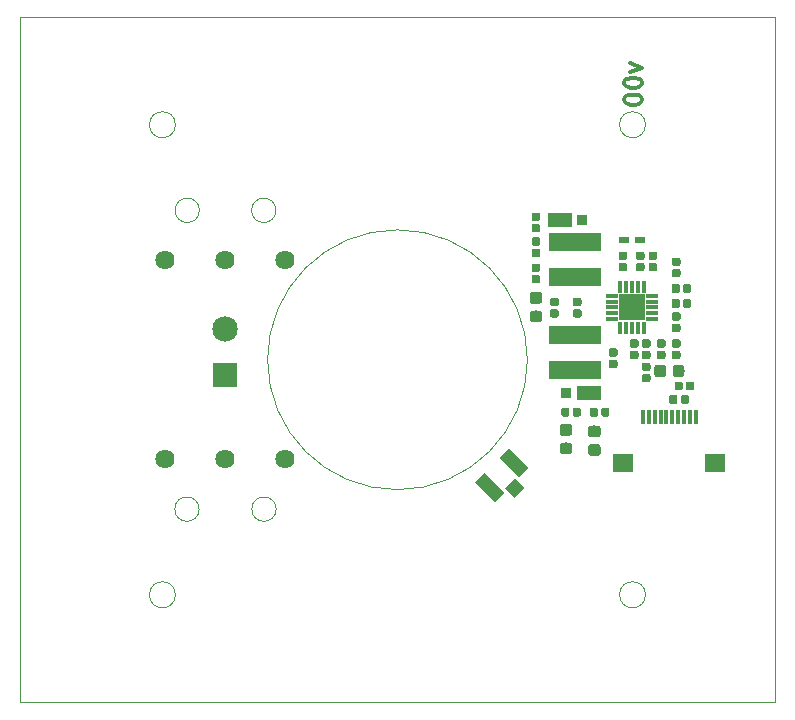
<source format=gbr>
%TF.GenerationSoftware,KiCad,Pcbnew,(5.1.4)-1*%
%TF.CreationDate,2019-10-25T20:54:23-07:00*%
%TF.ProjectId,solarpcd,736f6c61-7270-4636-942e-6b696361645f,rev?*%
%TF.SameCoordinates,Original*%
%TF.FileFunction,Soldermask,Bot*%
%TF.FilePolarity,Negative*%
%FSLAX46Y46*%
G04 Gerber Fmt 4.6, Leading zero omitted, Abs format (unit mm)*
G04 Created by KiCad (PCBNEW (5.1.4)-1) date 2019-10-25 20:54:23*
%MOMM*%
%LPD*%
G04 APERTURE LIST*
%ADD10C,0.050000*%
%ADD11C,0.120000*%
%ADD12C,0.100000*%
%ADD13C,0.300000*%
%ADD14C,1.625600*%
%ADD15C,2.159000*%
%ADD16R,2.159000X2.159000*%
%ADD17C,1.151600*%
%ADD18R,0.901600X0.901600*%
%ADD19R,2.101600X1.201600*%
%ADD20R,1.801600X1.601600*%
%ADD21R,0.351600X1.201600*%
%ADD22C,0.976600*%
%ADD23C,0.691600*%
%ADD24R,0.827000X0.627000*%
%ADD25R,2.251600X2.251600*%
%ADD26R,1.001600X0.401600*%
%ADD27R,0.401600X1.001600*%
%ADD28R,4.521200X1.562100*%
G04 APERTURE END LIST*
D10*
X156000000Y-99000000D02*
G75*
G03X156000000Y-99000000I-11000000J0D01*
G01*
X134727563Y-111650000D02*
G75*
G03X134727563Y-111650000I-1029563J0D01*
G01*
X128202563Y-111650000D02*
G75*
G03X128202563Y-111650000I-1029563J0D01*
G01*
X134704563Y-86350000D02*
G75*
G03X134704563Y-86350000I-1029563J0D01*
G01*
X128229563Y-86350000D02*
G75*
G03X128229563Y-86350000I-1029563J0D01*
G01*
X166000000Y-79100000D02*
G75*
G03X166000000Y-79100000I-1100000J0D01*
G01*
X126200000Y-79100000D02*
G75*
G03X126200000Y-79100000I-1100000J0D01*
G01*
X166000000Y-118900000D02*
G75*
G03X166000000Y-118900000I-1100000J0D01*
G01*
D11*
X126200000Y-118900000D02*
G75*
G03X126200000Y-118900000I-1100000J0D01*
G01*
D12*
X177000000Y-70000000D02*
X113000000Y-70000000D01*
X113000000Y-128000000D02*
X177000000Y-128000000D01*
X177000000Y-128000000D02*
X177000000Y-70000000D01*
X113000000Y-70000000D02*
X113000000Y-128000000D01*
D13*
X164715071Y-73906285D02*
X165715071Y-74263428D01*
X164715071Y-74620571D01*
X164215071Y-75477714D02*
X164215071Y-75620571D01*
X164286500Y-75763428D01*
X164357928Y-75834857D01*
X164500785Y-75906285D01*
X164786500Y-75977714D01*
X165143642Y-75977714D01*
X165429357Y-75906285D01*
X165572214Y-75834857D01*
X165643642Y-75763428D01*
X165715071Y-75620571D01*
X165715071Y-75477714D01*
X165643642Y-75334857D01*
X165572214Y-75263428D01*
X165429357Y-75192000D01*
X165143642Y-75120571D01*
X164786500Y-75120571D01*
X164500785Y-75192000D01*
X164357928Y-75263428D01*
X164286500Y-75334857D01*
X164215071Y-75477714D01*
X164215071Y-76906285D02*
X164215071Y-77049142D01*
X164286500Y-77192000D01*
X164357928Y-77263428D01*
X164500785Y-77334857D01*
X164786500Y-77406285D01*
X165143642Y-77406285D01*
X165429357Y-77334857D01*
X165572214Y-77263428D01*
X165643642Y-77192000D01*
X165715071Y-77049142D01*
X165715071Y-76906285D01*
X165643642Y-76763428D01*
X165572214Y-76692000D01*
X165429357Y-76620571D01*
X165143642Y-76549142D01*
X164786500Y-76549142D01*
X164500785Y-76620571D01*
X164357928Y-76692000D01*
X164286500Y-76763428D01*
X164215071Y-76906285D01*
D14*
X135509000Y-107442000D03*
X130429000Y-107442000D03*
X125349000Y-107442000D03*
X125349000Y-90551000D03*
X130429000Y-90551000D03*
X135509000Y-90551000D03*
D15*
X130429000Y-96398200D03*
D16*
X130429000Y-100253800D03*
D17*
X154938838Y-109853838D03*
D12*
G36*
X155753142Y-109853838D02*
G01*
X154938838Y-110668142D01*
X154124534Y-109853838D01*
X154938838Y-109039534D01*
X155753142Y-109853838D01*
X155753142Y-109853838D01*
G37*
D17*
X152817517Y-109818483D03*
D12*
G36*
X152393253Y-108579915D02*
G01*
X154056085Y-110242747D01*
X153241781Y-111057051D01*
X151578949Y-109394219D01*
X152393253Y-108579915D01*
X152393253Y-108579915D01*
G37*
D17*
X154903483Y-107732517D03*
D12*
G36*
X154479219Y-106493949D02*
G01*
X156142051Y-108156781D01*
X155327747Y-108971085D01*
X153664915Y-107308253D01*
X154479219Y-106493949D01*
X154479219Y-106493949D01*
G37*
D18*
X160635000Y-87185500D03*
D19*
X158735000Y-87185500D03*
D20*
X164121000Y-107786000D03*
X171921000Y-107786000D03*
D21*
X165771000Y-103886000D03*
X166271000Y-103886000D03*
X166771000Y-103886000D03*
X167271000Y-103886000D03*
X167771000Y-103886000D03*
X168271000Y-103886000D03*
X168771000Y-103886000D03*
X169271000Y-103886000D03*
X169771000Y-103886000D03*
X170271000Y-103886000D03*
D12*
G36*
X167501581Y-99424376D02*
G01*
X167525281Y-99427891D01*
X167548523Y-99433713D01*
X167571082Y-99441785D01*
X167592742Y-99452029D01*
X167613292Y-99464347D01*
X167632537Y-99478619D01*
X167650290Y-99494710D01*
X167666381Y-99512463D01*
X167680653Y-99531708D01*
X167692971Y-99552258D01*
X167703215Y-99573918D01*
X167711287Y-99596477D01*
X167717109Y-99619719D01*
X167720624Y-99643419D01*
X167721800Y-99667350D01*
X167721800Y-100230650D01*
X167720624Y-100254581D01*
X167717109Y-100278281D01*
X167711287Y-100301523D01*
X167703215Y-100324082D01*
X167692971Y-100345742D01*
X167680653Y-100366292D01*
X167666381Y-100385537D01*
X167650290Y-100403290D01*
X167632537Y-100419381D01*
X167613292Y-100433653D01*
X167592742Y-100445971D01*
X167571082Y-100456215D01*
X167548523Y-100464287D01*
X167525281Y-100470109D01*
X167501581Y-100473624D01*
X167477650Y-100474800D01*
X166989350Y-100474800D01*
X166965419Y-100473624D01*
X166941719Y-100470109D01*
X166918477Y-100464287D01*
X166895918Y-100456215D01*
X166874258Y-100445971D01*
X166853708Y-100433653D01*
X166834463Y-100419381D01*
X166816710Y-100403290D01*
X166800619Y-100385537D01*
X166786347Y-100366292D01*
X166774029Y-100345742D01*
X166763785Y-100324082D01*
X166755713Y-100301523D01*
X166749891Y-100278281D01*
X166746376Y-100254581D01*
X166745200Y-100230650D01*
X166745200Y-99667350D01*
X166746376Y-99643419D01*
X166749891Y-99619719D01*
X166755713Y-99596477D01*
X166763785Y-99573918D01*
X166774029Y-99552258D01*
X166786347Y-99531708D01*
X166800619Y-99512463D01*
X166816710Y-99494710D01*
X166834463Y-99478619D01*
X166853708Y-99464347D01*
X166874258Y-99452029D01*
X166895918Y-99441785D01*
X166918477Y-99433713D01*
X166941719Y-99427891D01*
X166965419Y-99424376D01*
X166989350Y-99423200D01*
X167477650Y-99423200D01*
X167501581Y-99424376D01*
X167501581Y-99424376D01*
G37*
D22*
X167233500Y-99949000D03*
D12*
G36*
X169076581Y-99424376D02*
G01*
X169100281Y-99427891D01*
X169123523Y-99433713D01*
X169146082Y-99441785D01*
X169167742Y-99452029D01*
X169188292Y-99464347D01*
X169207537Y-99478619D01*
X169225290Y-99494710D01*
X169241381Y-99512463D01*
X169255653Y-99531708D01*
X169267971Y-99552258D01*
X169278215Y-99573918D01*
X169286287Y-99596477D01*
X169292109Y-99619719D01*
X169295624Y-99643419D01*
X169296800Y-99667350D01*
X169296800Y-100230650D01*
X169295624Y-100254581D01*
X169292109Y-100278281D01*
X169286287Y-100301523D01*
X169278215Y-100324082D01*
X169267971Y-100345742D01*
X169255653Y-100366292D01*
X169241381Y-100385537D01*
X169225290Y-100403290D01*
X169207537Y-100419381D01*
X169188292Y-100433653D01*
X169167742Y-100445971D01*
X169146082Y-100456215D01*
X169123523Y-100464287D01*
X169100281Y-100470109D01*
X169076581Y-100473624D01*
X169052650Y-100474800D01*
X168564350Y-100474800D01*
X168540419Y-100473624D01*
X168516719Y-100470109D01*
X168493477Y-100464287D01*
X168470918Y-100456215D01*
X168449258Y-100445971D01*
X168428708Y-100433653D01*
X168409463Y-100419381D01*
X168391710Y-100403290D01*
X168375619Y-100385537D01*
X168361347Y-100366292D01*
X168349029Y-100345742D01*
X168338785Y-100324082D01*
X168330713Y-100301523D01*
X168324891Y-100278281D01*
X168321376Y-100254581D01*
X168320200Y-100230650D01*
X168320200Y-99667350D01*
X168321376Y-99643419D01*
X168324891Y-99619719D01*
X168330713Y-99596477D01*
X168338785Y-99573918D01*
X168349029Y-99552258D01*
X168361347Y-99531708D01*
X168375619Y-99512463D01*
X168391710Y-99494710D01*
X168409463Y-99478619D01*
X168428708Y-99464347D01*
X168449258Y-99452029D01*
X168470918Y-99441785D01*
X168493477Y-99433713D01*
X168516719Y-99427891D01*
X168540419Y-99424376D01*
X168564350Y-99423200D01*
X169052650Y-99423200D01*
X169076581Y-99424376D01*
X169076581Y-99424376D01*
G37*
D22*
X168808500Y-99949000D03*
D12*
G36*
X158493191Y-94734693D02*
G01*
X158509975Y-94737182D01*
X158526434Y-94741305D01*
X158542410Y-94747021D01*
X158557748Y-94754276D01*
X158572302Y-94762999D01*
X158585931Y-94773106D01*
X158598503Y-94784501D01*
X158609898Y-94797073D01*
X158620005Y-94810702D01*
X158628728Y-94825256D01*
X158635983Y-94840594D01*
X158641699Y-94856570D01*
X158645822Y-94873029D01*
X158648311Y-94889813D01*
X158649144Y-94906760D01*
X158649144Y-95252560D01*
X158648311Y-95269507D01*
X158645822Y-95286291D01*
X158641699Y-95302750D01*
X158635983Y-95318726D01*
X158628728Y-95334064D01*
X158620005Y-95348618D01*
X158609898Y-95362247D01*
X158598503Y-95374819D01*
X158585931Y-95386214D01*
X158572302Y-95396321D01*
X158557748Y-95405044D01*
X158542410Y-95412299D01*
X158526434Y-95418015D01*
X158509975Y-95422138D01*
X158493191Y-95424627D01*
X158476244Y-95425460D01*
X158080444Y-95425460D01*
X158063497Y-95424627D01*
X158046713Y-95422138D01*
X158030254Y-95418015D01*
X158014278Y-95412299D01*
X157998940Y-95405044D01*
X157984386Y-95396321D01*
X157970757Y-95386214D01*
X157958185Y-95374819D01*
X157946790Y-95362247D01*
X157936683Y-95348618D01*
X157927960Y-95334064D01*
X157920705Y-95318726D01*
X157914989Y-95302750D01*
X157910866Y-95286291D01*
X157908377Y-95269507D01*
X157907544Y-95252560D01*
X157907544Y-94906760D01*
X157908377Y-94889813D01*
X157910866Y-94873029D01*
X157914989Y-94856570D01*
X157920705Y-94840594D01*
X157927960Y-94825256D01*
X157936683Y-94810702D01*
X157946790Y-94797073D01*
X157958185Y-94784501D01*
X157970757Y-94773106D01*
X157984386Y-94762999D01*
X157998940Y-94754276D01*
X158014278Y-94747021D01*
X158030254Y-94741305D01*
X158046713Y-94737182D01*
X158063497Y-94734693D01*
X158080444Y-94733860D01*
X158476244Y-94733860D01*
X158493191Y-94734693D01*
X158493191Y-94734693D01*
G37*
D23*
X158278344Y-95079660D03*
D12*
G36*
X158493191Y-93764693D02*
G01*
X158509975Y-93767182D01*
X158526434Y-93771305D01*
X158542410Y-93777021D01*
X158557748Y-93784276D01*
X158572302Y-93792999D01*
X158585931Y-93803106D01*
X158598503Y-93814501D01*
X158609898Y-93827073D01*
X158620005Y-93840702D01*
X158628728Y-93855256D01*
X158635983Y-93870594D01*
X158641699Y-93886570D01*
X158645822Y-93903029D01*
X158648311Y-93919813D01*
X158649144Y-93936760D01*
X158649144Y-94282560D01*
X158648311Y-94299507D01*
X158645822Y-94316291D01*
X158641699Y-94332750D01*
X158635983Y-94348726D01*
X158628728Y-94364064D01*
X158620005Y-94378618D01*
X158609898Y-94392247D01*
X158598503Y-94404819D01*
X158585931Y-94416214D01*
X158572302Y-94426321D01*
X158557748Y-94435044D01*
X158542410Y-94442299D01*
X158526434Y-94448015D01*
X158509975Y-94452138D01*
X158493191Y-94454627D01*
X158476244Y-94455460D01*
X158080444Y-94455460D01*
X158063497Y-94454627D01*
X158046713Y-94452138D01*
X158030254Y-94448015D01*
X158014278Y-94442299D01*
X157998940Y-94435044D01*
X157984386Y-94426321D01*
X157970757Y-94416214D01*
X157958185Y-94404819D01*
X157946790Y-94392247D01*
X157936683Y-94378618D01*
X157927960Y-94364064D01*
X157920705Y-94348726D01*
X157914989Y-94332750D01*
X157910866Y-94316291D01*
X157908377Y-94299507D01*
X157907544Y-94282560D01*
X157907544Y-93936760D01*
X157908377Y-93919813D01*
X157910866Y-93903029D01*
X157914989Y-93886570D01*
X157920705Y-93870594D01*
X157927960Y-93855256D01*
X157936683Y-93840702D01*
X157946790Y-93827073D01*
X157958185Y-93814501D01*
X157970757Y-93803106D01*
X157984386Y-93792999D01*
X157998940Y-93784276D01*
X158014278Y-93777021D01*
X158030254Y-93771305D01*
X158046713Y-93767182D01*
X158063497Y-93764693D01*
X158080444Y-93763860D01*
X158476244Y-93763860D01*
X158493191Y-93764693D01*
X158493191Y-93764693D01*
G37*
D23*
X158278344Y-94109660D03*
D12*
G36*
X161976581Y-106154876D02*
G01*
X162000281Y-106158391D01*
X162023523Y-106164213D01*
X162046082Y-106172285D01*
X162067742Y-106182529D01*
X162088292Y-106194847D01*
X162107537Y-106209119D01*
X162125290Y-106225210D01*
X162141381Y-106242963D01*
X162155653Y-106262208D01*
X162167971Y-106282758D01*
X162178215Y-106304418D01*
X162186287Y-106326977D01*
X162192109Y-106350219D01*
X162195624Y-106373919D01*
X162196800Y-106397850D01*
X162196800Y-106886150D01*
X162195624Y-106910081D01*
X162192109Y-106933781D01*
X162186287Y-106957023D01*
X162178215Y-106979582D01*
X162167971Y-107001242D01*
X162155653Y-107021792D01*
X162141381Y-107041037D01*
X162125290Y-107058790D01*
X162107537Y-107074881D01*
X162088292Y-107089153D01*
X162067742Y-107101471D01*
X162046082Y-107111715D01*
X162023523Y-107119787D01*
X162000281Y-107125609D01*
X161976581Y-107129124D01*
X161952650Y-107130300D01*
X161389350Y-107130300D01*
X161365419Y-107129124D01*
X161341719Y-107125609D01*
X161318477Y-107119787D01*
X161295918Y-107111715D01*
X161274258Y-107101471D01*
X161253708Y-107089153D01*
X161234463Y-107074881D01*
X161216710Y-107058790D01*
X161200619Y-107041037D01*
X161186347Y-107021792D01*
X161174029Y-107001242D01*
X161163785Y-106979582D01*
X161155713Y-106957023D01*
X161149891Y-106933781D01*
X161146376Y-106910081D01*
X161145200Y-106886150D01*
X161145200Y-106397850D01*
X161146376Y-106373919D01*
X161149891Y-106350219D01*
X161155713Y-106326977D01*
X161163785Y-106304418D01*
X161174029Y-106282758D01*
X161186347Y-106262208D01*
X161200619Y-106242963D01*
X161216710Y-106225210D01*
X161234463Y-106209119D01*
X161253708Y-106194847D01*
X161274258Y-106182529D01*
X161295918Y-106172285D01*
X161318477Y-106164213D01*
X161341719Y-106158391D01*
X161365419Y-106154876D01*
X161389350Y-106153700D01*
X161952650Y-106153700D01*
X161976581Y-106154876D01*
X161976581Y-106154876D01*
G37*
D22*
X161671000Y-106642000D03*
D12*
G36*
X161976581Y-104579876D02*
G01*
X162000281Y-104583391D01*
X162023523Y-104589213D01*
X162046082Y-104597285D01*
X162067742Y-104607529D01*
X162088292Y-104619847D01*
X162107537Y-104634119D01*
X162125290Y-104650210D01*
X162141381Y-104667963D01*
X162155653Y-104687208D01*
X162167971Y-104707758D01*
X162178215Y-104729418D01*
X162186287Y-104751977D01*
X162192109Y-104775219D01*
X162195624Y-104798919D01*
X162196800Y-104822850D01*
X162196800Y-105311150D01*
X162195624Y-105335081D01*
X162192109Y-105358781D01*
X162186287Y-105382023D01*
X162178215Y-105404582D01*
X162167971Y-105426242D01*
X162155653Y-105446792D01*
X162141381Y-105466037D01*
X162125290Y-105483790D01*
X162107537Y-105499881D01*
X162088292Y-105514153D01*
X162067742Y-105526471D01*
X162046082Y-105536715D01*
X162023523Y-105544787D01*
X162000281Y-105550609D01*
X161976581Y-105554124D01*
X161952650Y-105555300D01*
X161389350Y-105555300D01*
X161365419Y-105554124D01*
X161341719Y-105550609D01*
X161318477Y-105544787D01*
X161295918Y-105536715D01*
X161274258Y-105526471D01*
X161253708Y-105514153D01*
X161234463Y-105499881D01*
X161216710Y-105483790D01*
X161200619Y-105466037D01*
X161186347Y-105446792D01*
X161174029Y-105426242D01*
X161163785Y-105404582D01*
X161155713Y-105382023D01*
X161149891Y-105358781D01*
X161146376Y-105335081D01*
X161145200Y-105311150D01*
X161145200Y-104822850D01*
X161146376Y-104798919D01*
X161149891Y-104775219D01*
X161155713Y-104751977D01*
X161163785Y-104729418D01*
X161174029Y-104707758D01*
X161186347Y-104687208D01*
X161200619Y-104667963D01*
X161216710Y-104650210D01*
X161234463Y-104634119D01*
X161253708Y-104619847D01*
X161274258Y-104607529D01*
X161295918Y-104597285D01*
X161318477Y-104589213D01*
X161341719Y-104583391D01*
X161365419Y-104579876D01*
X161389350Y-104578700D01*
X161952650Y-104578700D01*
X161976581Y-104579876D01*
X161976581Y-104579876D01*
G37*
D22*
X161671000Y-105067000D03*
D24*
X164211000Y-88900000D03*
X165511000Y-88900000D03*
D25*
X164882344Y-94574660D03*
D26*
X163182344Y-93574660D03*
X163182344Y-94074660D03*
X163182344Y-94574660D03*
X163182344Y-95074660D03*
X163182344Y-95574660D03*
D27*
X163882344Y-96274660D03*
X164382344Y-96274660D03*
X164882344Y-96274660D03*
X165382344Y-96274660D03*
X165882344Y-96274660D03*
D26*
X166582344Y-95574660D03*
X166582344Y-95074660D03*
X166582344Y-94574660D03*
X166582344Y-94074660D03*
X166582344Y-93574660D03*
D27*
X165882344Y-92874660D03*
X165382344Y-92874660D03*
X164882344Y-92874660D03*
X164382344Y-92874660D03*
X163882344Y-92874660D03*
D18*
X159278000Y-101790500D03*
D19*
X161178000Y-101790500D03*
D12*
G36*
X168807347Y-91326033D02*
G01*
X168824131Y-91328522D01*
X168840590Y-91332645D01*
X168856566Y-91338361D01*
X168871904Y-91345616D01*
X168886458Y-91354339D01*
X168900087Y-91364446D01*
X168912659Y-91375841D01*
X168924054Y-91388413D01*
X168934161Y-91402042D01*
X168942884Y-91416596D01*
X168950139Y-91431934D01*
X168955855Y-91447910D01*
X168959978Y-91464369D01*
X168962467Y-91481153D01*
X168963300Y-91498100D01*
X168963300Y-91843900D01*
X168962467Y-91860847D01*
X168959978Y-91877631D01*
X168955855Y-91894090D01*
X168950139Y-91910066D01*
X168942884Y-91925404D01*
X168934161Y-91939958D01*
X168924054Y-91953587D01*
X168912659Y-91966159D01*
X168900087Y-91977554D01*
X168886458Y-91987661D01*
X168871904Y-91996384D01*
X168856566Y-92003639D01*
X168840590Y-92009355D01*
X168824131Y-92013478D01*
X168807347Y-92015967D01*
X168790400Y-92016800D01*
X168394600Y-92016800D01*
X168377653Y-92015967D01*
X168360869Y-92013478D01*
X168344410Y-92009355D01*
X168328434Y-92003639D01*
X168313096Y-91996384D01*
X168298542Y-91987661D01*
X168284913Y-91977554D01*
X168272341Y-91966159D01*
X168260946Y-91953587D01*
X168250839Y-91939958D01*
X168242116Y-91925404D01*
X168234861Y-91910066D01*
X168229145Y-91894090D01*
X168225022Y-91877631D01*
X168222533Y-91860847D01*
X168221700Y-91843900D01*
X168221700Y-91498100D01*
X168222533Y-91481153D01*
X168225022Y-91464369D01*
X168229145Y-91447910D01*
X168234861Y-91431934D01*
X168242116Y-91416596D01*
X168250839Y-91402042D01*
X168260946Y-91388413D01*
X168272341Y-91375841D01*
X168284913Y-91364446D01*
X168298542Y-91354339D01*
X168313096Y-91345616D01*
X168328434Y-91338361D01*
X168344410Y-91332645D01*
X168360869Y-91328522D01*
X168377653Y-91326033D01*
X168394600Y-91325200D01*
X168790400Y-91325200D01*
X168807347Y-91326033D01*
X168807347Y-91326033D01*
G37*
D23*
X168592500Y-91671000D03*
D12*
G36*
X168807347Y-90356033D02*
G01*
X168824131Y-90358522D01*
X168840590Y-90362645D01*
X168856566Y-90368361D01*
X168871904Y-90375616D01*
X168886458Y-90384339D01*
X168900087Y-90394446D01*
X168912659Y-90405841D01*
X168924054Y-90418413D01*
X168934161Y-90432042D01*
X168942884Y-90446596D01*
X168950139Y-90461934D01*
X168955855Y-90477910D01*
X168959978Y-90494369D01*
X168962467Y-90511153D01*
X168963300Y-90528100D01*
X168963300Y-90873900D01*
X168962467Y-90890847D01*
X168959978Y-90907631D01*
X168955855Y-90924090D01*
X168950139Y-90940066D01*
X168942884Y-90955404D01*
X168934161Y-90969958D01*
X168924054Y-90983587D01*
X168912659Y-90996159D01*
X168900087Y-91007554D01*
X168886458Y-91017661D01*
X168871904Y-91026384D01*
X168856566Y-91033639D01*
X168840590Y-91039355D01*
X168824131Y-91043478D01*
X168807347Y-91045967D01*
X168790400Y-91046800D01*
X168394600Y-91046800D01*
X168377653Y-91045967D01*
X168360869Y-91043478D01*
X168344410Y-91039355D01*
X168328434Y-91033639D01*
X168313096Y-91026384D01*
X168298542Y-91017661D01*
X168284913Y-91007554D01*
X168272341Y-90996159D01*
X168260946Y-90983587D01*
X168250839Y-90969958D01*
X168242116Y-90955404D01*
X168234861Y-90940066D01*
X168229145Y-90924090D01*
X168225022Y-90907631D01*
X168222533Y-90890847D01*
X168221700Y-90873900D01*
X168221700Y-90528100D01*
X168222533Y-90511153D01*
X168225022Y-90494369D01*
X168229145Y-90477910D01*
X168234861Y-90461934D01*
X168242116Y-90446596D01*
X168250839Y-90432042D01*
X168260946Y-90418413D01*
X168272341Y-90405841D01*
X168284913Y-90394446D01*
X168298542Y-90384339D01*
X168313096Y-90375616D01*
X168328434Y-90368361D01*
X168344410Y-90362645D01*
X168360869Y-90358522D01*
X168377653Y-90356033D01*
X168394600Y-90355200D01*
X168790400Y-90355200D01*
X168807347Y-90356033D01*
X168807347Y-90356033D01*
G37*
D23*
X168592500Y-90701000D03*
D12*
G36*
X169711847Y-92594033D02*
G01*
X169728631Y-92596522D01*
X169745090Y-92600645D01*
X169761066Y-92606361D01*
X169776404Y-92613616D01*
X169790958Y-92622339D01*
X169804587Y-92632446D01*
X169817159Y-92643841D01*
X169828554Y-92656413D01*
X169838661Y-92670042D01*
X169847384Y-92684596D01*
X169854639Y-92699934D01*
X169860355Y-92715910D01*
X169864478Y-92732369D01*
X169866967Y-92749153D01*
X169867800Y-92766100D01*
X169867800Y-93161900D01*
X169866967Y-93178847D01*
X169864478Y-93195631D01*
X169860355Y-93212090D01*
X169854639Y-93228066D01*
X169847384Y-93243404D01*
X169838661Y-93257958D01*
X169828554Y-93271587D01*
X169817159Y-93284159D01*
X169804587Y-93295554D01*
X169790958Y-93305661D01*
X169776404Y-93314384D01*
X169761066Y-93321639D01*
X169745090Y-93327355D01*
X169728631Y-93331478D01*
X169711847Y-93333967D01*
X169694900Y-93334800D01*
X169349100Y-93334800D01*
X169332153Y-93333967D01*
X169315369Y-93331478D01*
X169298910Y-93327355D01*
X169282934Y-93321639D01*
X169267596Y-93314384D01*
X169253042Y-93305661D01*
X169239413Y-93295554D01*
X169226841Y-93284159D01*
X169215446Y-93271587D01*
X169205339Y-93257958D01*
X169196616Y-93243404D01*
X169189361Y-93228066D01*
X169183645Y-93212090D01*
X169179522Y-93195631D01*
X169177033Y-93178847D01*
X169176200Y-93161900D01*
X169176200Y-92766100D01*
X169177033Y-92749153D01*
X169179522Y-92732369D01*
X169183645Y-92715910D01*
X169189361Y-92699934D01*
X169196616Y-92684596D01*
X169205339Y-92670042D01*
X169215446Y-92656413D01*
X169226841Y-92643841D01*
X169239413Y-92632446D01*
X169253042Y-92622339D01*
X169267596Y-92613616D01*
X169282934Y-92606361D01*
X169298910Y-92600645D01*
X169315369Y-92596522D01*
X169332153Y-92594033D01*
X169349100Y-92593200D01*
X169694900Y-92593200D01*
X169711847Y-92594033D01*
X169711847Y-92594033D01*
G37*
D23*
X169522000Y-92964000D03*
D12*
G36*
X168741847Y-92594033D02*
G01*
X168758631Y-92596522D01*
X168775090Y-92600645D01*
X168791066Y-92606361D01*
X168806404Y-92613616D01*
X168820958Y-92622339D01*
X168834587Y-92632446D01*
X168847159Y-92643841D01*
X168858554Y-92656413D01*
X168868661Y-92670042D01*
X168877384Y-92684596D01*
X168884639Y-92699934D01*
X168890355Y-92715910D01*
X168894478Y-92732369D01*
X168896967Y-92749153D01*
X168897800Y-92766100D01*
X168897800Y-93161900D01*
X168896967Y-93178847D01*
X168894478Y-93195631D01*
X168890355Y-93212090D01*
X168884639Y-93228066D01*
X168877384Y-93243404D01*
X168868661Y-93257958D01*
X168858554Y-93271587D01*
X168847159Y-93284159D01*
X168834587Y-93295554D01*
X168820958Y-93305661D01*
X168806404Y-93314384D01*
X168791066Y-93321639D01*
X168775090Y-93327355D01*
X168758631Y-93331478D01*
X168741847Y-93333967D01*
X168724900Y-93334800D01*
X168379100Y-93334800D01*
X168362153Y-93333967D01*
X168345369Y-93331478D01*
X168328910Y-93327355D01*
X168312934Y-93321639D01*
X168297596Y-93314384D01*
X168283042Y-93305661D01*
X168269413Y-93295554D01*
X168256841Y-93284159D01*
X168245446Y-93271587D01*
X168235339Y-93257958D01*
X168226616Y-93243404D01*
X168219361Y-93228066D01*
X168213645Y-93212090D01*
X168209522Y-93195631D01*
X168207033Y-93178847D01*
X168206200Y-93161900D01*
X168206200Y-92766100D01*
X168207033Y-92749153D01*
X168209522Y-92732369D01*
X168213645Y-92715910D01*
X168219361Y-92699934D01*
X168226616Y-92684596D01*
X168235339Y-92670042D01*
X168245446Y-92656413D01*
X168256841Y-92643841D01*
X168269413Y-92632446D01*
X168283042Y-92622339D01*
X168297596Y-92613616D01*
X168312934Y-92606361D01*
X168328910Y-92600645D01*
X168345369Y-92596522D01*
X168362153Y-92594033D01*
X168379100Y-92593200D01*
X168724900Y-92593200D01*
X168741847Y-92594033D01*
X168741847Y-92594033D01*
G37*
D23*
X168552000Y-92964000D03*
D12*
G36*
X156932847Y-90864033D02*
G01*
X156949631Y-90866522D01*
X156966090Y-90870645D01*
X156982066Y-90876361D01*
X156997404Y-90883616D01*
X157011958Y-90892339D01*
X157025587Y-90902446D01*
X157038159Y-90913841D01*
X157049554Y-90926413D01*
X157059661Y-90940042D01*
X157068384Y-90954596D01*
X157075639Y-90969934D01*
X157081355Y-90985910D01*
X157085478Y-91002369D01*
X157087967Y-91019153D01*
X157088800Y-91036100D01*
X157088800Y-91381900D01*
X157087967Y-91398847D01*
X157085478Y-91415631D01*
X157081355Y-91432090D01*
X157075639Y-91448066D01*
X157068384Y-91463404D01*
X157059661Y-91477958D01*
X157049554Y-91491587D01*
X157038159Y-91504159D01*
X157025587Y-91515554D01*
X157011958Y-91525661D01*
X156997404Y-91534384D01*
X156982066Y-91541639D01*
X156966090Y-91547355D01*
X156949631Y-91551478D01*
X156932847Y-91553967D01*
X156915900Y-91554800D01*
X156520100Y-91554800D01*
X156503153Y-91553967D01*
X156486369Y-91551478D01*
X156469910Y-91547355D01*
X156453934Y-91541639D01*
X156438596Y-91534384D01*
X156424042Y-91525661D01*
X156410413Y-91515554D01*
X156397841Y-91504159D01*
X156386446Y-91491587D01*
X156376339Y-91477958D01*
X156367616Y-91463404D01*
X156360361Y-91448066D01*
X156354645Y-91432090D01*
X156350522Y-91415631D01*
X156348033Y-91398847D01*
X156347200Y-91381900D01*
X156347200Y-91036100D01*
X156348033Y-91019153D01*
X156350522Y-91002369D01*
X156354645Y-90985910D01*
X156360361Y-90969934D01*
X156367616Y-90954596D01*
X156376339Y-90940042D01*
X156386446Y-90926413D01*
X156397841Y-90913841D01*
X156410413Y-90902446D01*
X156424042Y-90892339D01*
X156438596Y-90883616D01*
X156453934Y-90876361D01*
X156469910Y-90870645D01*
X156486369Y-90866522D01*
X156503153Y-90864033D01*
X156520100Y-90863200D01*
X156915900Y-90863200D01*
X156932847Y-90864033D01*
X156932847Y-90864033D01*
G37*
D23*
X156718000Y-91209000D03*
D12*
G36*
X156932847Y-91834033D02*
G01*
X156949631Y-91836522D01*
X156966090Y-91840645D01*
X156982066Y-91846361D01*
X156997404Y-91853616D01*
X157011958Y-91862339D01*
X157025587Y-91872446D01*
X157038159Y-91883841D01*
X157049554Y-91896413D01*
X157059661Y-91910042D01*
X157068384Y-91924596D01*
X157075639Y-91939934D01*
X157081355Y-91955910D01*
X157085478Y-91972369D01*
X157087967Y-91989153D01*
X157088800Y-92006100D01*
X157088800Y-92351900D01*
X157087967Y-92368847D01*
X157085478Y-92385631D01*
X157081355Y-92402090D01*
X157075639Y-92418066D01*
X157068384Y-92433404D01*
X157059661Y-92447958D01*
X157049554Y-92461587D01*
X157038159Y-92474159D01*
X157025587Y-92485554D01*
X157011958Y-92495661D01*
X156997404Y-92504384D01*
X156982066Y-92511639D01*
X156966090Y-92517355D01*
X156949631Y-92521478D01*
X156932847Y-92523967D01*
X156915900Y-92524800D01*
X156520100Y-92524800D01*
X156503153Y-92523967D01*
X156486369Y-92521478D01*
X156469910Y-92517355D01*
X156453934Y-92511639D01*
X156438596Y-92504384D01*
X156424042Y-92495661D01*
X156410413Y-92485554D01*
X156397841Y-92474159D01*
X156386446Y-92461587D01*
X156376339Y-92447958D01*
X156367616Y-92433404D01*
X156360361Y-92418066D01*
X156354645Y-92402090D01*
X156350522Y-92385631D01*
X156348033Y-92368847D01*
X156347200Y-92351900D01*
X156347200Y-92006100D01*
X156348033Y-91989153D01*
X156350522Y-91972369D01*
X156354645Y-91955910D01*
X156360361Y-91939934D01*
X156367616Y-91924596D01*
X156376339Y-91910042D01*
X156386446Y-91896413D01*
X156397841Y-91883841D01*
X156410413Y-91872446D01*
X156424042Y-91862339D01*
X156438596Y-91853616D01*
X156453934Y-91846361D01*
X156469910Y-91840645D01*
X156486369Y-91836522D01*
X156503153Y-91834033D01*
X156520100Y-91833200D01*
X156915900Y-91833200D01*
X156932847Y-91834033D01*
X156932847Y-91834033D01*
G37*
D23*
X156718000Y-92179000D03*
D12*
G36*
X160425347Y-94734693D02*
G01*
X160442131Y-94737182D01*
X160458590Y-94741305D01*
X160474566Y-94747021D01*
X160489904Y-94754276D01*
X160504458Y-94762999D01*
X160518087Y-94773106D01*
X160530659Y-94784501D01*
X160542054Y-94797073D01*
X160552161Y-94810702D01*
X160560884Y-94825256D01*
X160568139Y-94840594D01*
X160573855Y-94856570D01*
X160577978Y-94873029D01*
X160580467Y-94889813D01*
X160581300Y-94906760D01*
X160581300Y-95252560D01*
X160580467Y-95269507D01*
X160577978Y-95286291D01*
X160573855Y-95302750D01*
X160568139Y-95318726D01*
X160560884Y-95334064D01*
X160552161Y-95348618D01*
X160542054Y-95362247D01*
X160530659Y-95374819D01*
X160518087Y-95386214D01*
X160504458Y-95396321D01*
X160489904Y-95405044D01*
X160474566Y-95412299D01*
X160458590Y-95418015D01*
X160442131Y-95422138D01*
X160425347Y-95424627D01*
X160408400Y-95425460D01*
X160012600Y-95425460D01*
X159995653Y-95424627D01*
X159978869Y-95422138D01*
X159962410Y-95418015D01*
X159946434Y-95412299D01*
X159931096Y-95405044D01*
X159916542Y-95396321D01*
X159902913Y-95386214D01*
X159890341Y-95374819D01*
X159878946Y-95362247D01*
X159868839Y-95348618D01*
X159860116Y-95334064D01*
X159852861Y-95318726D01*
X159847145Y-95302750D01*
X159843022Y-95286291D01*
X159840533Y-95269507D01*
X159839700Y-95252560D01*
X159839700Y-94906760D01*
X159840533Y-94889813D01*
X159843022Y-94873029D01*
X159847145Y-94856570D01*
X159852861Y-94840594D01*
X159860116Y-94825256D01*
X159868839Y-94810702D01*
X159878946Y-94797073D01*
X159890341Y-94784501D01*
X159902913Y-94773106D01*
X159916542Y-94762999D01*
X159931096Y-94754276D01*
X159946434Y-94747021D01*
X159962410Y-94741305D01*
X159978869Y-94737182D01*
X159995653Y-94734693D01*
X160012600Y-94733860D01*
X160408400Y-94733860D01*
X160425347Y-94734693D01*
X160425347Y-94734693D01*
G37*
D23*
X160210500Y-95079660D03*
D12*
G36*
X160425347Y-93764693D02*
G01*
X160442131Y-93767182D01*
X160458590Y-93771305D01*
X160474566Y-93777021D01*
X160489904Y-93784276D01*
X160504458Y-93792999D01*
X160518087Y-93803106D01*
X160530659Y-93814501D01*
X160542054Y-93827073D01*
X160552161Y-93840702D01*
X160560884Y-93855256D01*
X160568139Y-93870594D01*
X160573855Y-93886570D01*
X160577978Y-93903029D01*
X160580467Y-93919813D01*
X160581300Y-93936760D01*
X160581300Y-94282560D01*
X160580467Y-94299507D01*
X160577978Y-94316291D01*
X160573855Y-94332750D01*
X160568139Y-94348726D01*
X160560884Y-94364064D01*
X160552161Y-94378618D01*
X160542054Y-94392247D01*
X160530659Y-94404819D01*
X160518087Y-94416214D01*
X160504458Y-94426321D01*
X160489904Y-94435044D01*
X160474566Y-94442299D01*
X160458590Y-94448015D01*
X160442131Y-94452138D01*
X160425347Y-94454627D01*
X160408400Y-94455460D01*
X160012600Y-94455460D01*
X159995653Y-94454627D01*
X159978869Y-94452138D01*
X159962410Y-94448015D01*
X159946434Y-94442299D01*
X159931096Y-94435044D01*
X159916542Y-94426321D01*
X159902913Y-94416214D01*
X159890341Y-94404819D01*
X159878946Y-94392247D01*
X159868839Y-94378618D01*
X159860116Y-94364064D01*
X159852861Y-94348726D01*
X159847145Y-94332750D01*
X159843022Y-94316291D01*
X159840533Y-94299507D01*
X159839700Y-94282560D01*
X159839700Y-93936760D01*
X159840533Y-93919813D01*
X159843022Y-93903029D01*
X159847145Y-93886570D01*
X159852861Y-93870594D01*
X159860116Y-93855256D01*
X159868839Y-93840702D01*
X159878946Y-93827073D01*
X159890341Y-93814501D01*
X159902913Y-93803106D01*
X159916542Y-93792999D01*
X159931096Y-93784276D01*
X159946434Y-93777021D01*
X159962410Y-93771305D01*
X159978869Y-93767182D01*
X159995653Y-93764693D01*
X160012600Y-93763860D01*
X160408400Y-93763860D01*
X160425347Y-93764693D01*
X160425347Y-93764693D01*
G37*
D23*
X160210500Y-94109660D03*
D12*
G36*
X159563581Y-106027876D02*
G01*
X159587281Y-106031391D01*
X159610523Y-106037213D01*
X159633082Y-106045285D01*
X159654742Y-106055529D01*
X159675292Y-106067847D01*
X159694537Y-106082119D01*
X159712290Y-106098210D01*
X159728381Y-106115963D01*
X159742653Y-106135208D01*
X159754971Y-106155758D01*
X159765215Y-106177418D01*
X159773287Y-106199977D01*
X159779109Y-106223219D01*
X159782624Y-106246919D01*
X159783800Y-106270850D01*
X159783800Y-106759150D01*
X159782624Y-106783081D01*
X159779109Y-106806781D01*
X159773287Y-106830023D01*
X159765215Y-106852582D01*
X159754971Y-106874242D01*
X159742653Y-106894792D01*
X159728381Y-106914037D01*
X159712290Y-106931790D01*
X159694537Y-106947881D01*
X159675292Y-106962153D01*
X159654742Y-106974471D01*
X159633082Y-106984715D01*
X159610523Y-106992787D01*
X159587281Y-106998609D01*
X159563581Y-107002124D01*
X159539650Y-107003300D01*
X158976350Y-107003300D01*
X158952419Y-107002124D01*
X158928719Y-106998609D01*
X158905477Y-106992787D01*
X158882918Y-106984715D01*
X158861258Y-106974471D01*
X158840708Y-106962153D01*
X158821463Y-106947881D01*
X158803710Y-106931790D01*
X158787619Y-106914037D01*
X158773347Y-106894792D01*
X158761029Y-106874242D01*
X158750785Y-106852582D01*
X158742713Y-106830023D01*
X158736891Y-106806781D01*
X158733376Y-106783081D01*
X158732200Y-106759150D01*
X158732200Y-106270850D01*
X158733376Y-106246919D01*
X158736891Y-106223219D01*
X158742713Y-106199977D01*
X158750785Y-106177418D01*
X158761029Y-106155758D01*
X158773347Y-106135208D01*
X158787619Y-106115963D01*
X158803710Y-106098210D01*
X158821463Y-106082119D01*
X158840708Y-106067847D01*
X158861258Y-106055529D01*
X158882918Y-106045285D01*
X158905477Y-106037213D01*
X158928719Y-106031391D01*
X158952419Y-106027876D01*
X158976350Y-106026700D01*
X159539650Y-106026700D01*
X159563581Y-106027876D01*
X159563581Y-106027876D01*
G37*
D22*
X159258000Y-106515000D03*
D12*
G36*
X159563581Y-104452876D02*
G01*
X159587281Y-104456391D01*
X159610523Y-104462213D01*
X159633082Y-104470285D01*
X159654742Y-104480529D01*
X159675292Y-104492847D01*
X159694537Y-104507119D01*
X159712290Y-104523210D01*
X159728381Y-104540963D01*
X159742653Y-104560208D01*
X159754971Y-104580758D01*
X159765215Y-104602418D01*
X159773287Y-104624977D01*
X159779109Y-104648219D01*
X159782624Y-104671919D01*
X159783800Y-104695850D01*
X159783800Y-105184150D01*
X159782624Y-105208081D01*
X159779109Y-105231781D01*
X159773287Y-105255023D01*
X159765215Y-105277582D01*
X159754971Y-105299242D01*
X159742653Y-105319792D01*
X159728381Y-105339037D01*
X159712290Y-105356790D01*
X159694537Y-105372881D01*
X159675292Y-105387153D01*
X159654742Y-105399471D01*
X159633082Y-105409715D01*
X159610523Y-105417787D01*
X159587281Y-105423609D01*
X159563581Y-105427124D01*
X159539650Y-105428300D01*
X158976350Y-105428300D01*
X158952419Y-105427124D01*
X158928719Y-105423609D01*
X158905477Y-105417787D01*
X158882918Y-105409715D01*
X158861258Y-105399471D01*
X158840708Y-105387153D01*
X158821463Y-105372881D01*
X158803710Y-105356790D01*
X158787619Y-105339037D01*
X158773347Y-105319792D01*
X158761029Y-105299242D01*
X158750785Y-105277582D01*
X158742713Y-105255023D01*
X158736891Y-105231781D01*
X158733376Y-105208081D01*
X158732200Y-105184150D01*
X158732200Y-104695850D01*
X158733376Y-104671919D01*
X158736891Y-104648219D01*
X158742713Y-104624977D01*
X158750785Y-104602418D01*
X158761029Y-104580758D01*
X158773347Y-104560208D01*
X158787619Y-104540963D01*
X158803710Y-104523210D01*
X158821463Y-104507119D01*
X158840708Y-104492847D01*
X158861258Y-104480529D01*
X158882918Y-104470285D01*
X158905477Y-104462213D01*
X158928719Y-104456391D01*
X158952419Y-104452876D01*
X158976350Y-104451700D01*
X159539650Y-104451700D01*
X159563581Y-104452876D01*
X159563581Y-104452876D01*
G37*
D22*
X159258000Y-104940000D03*
D12*
G36*
X162790347Y-103071533D02*
G01*
X162807131Y-103074022D01*
X162823590Y-103078145D01*
X162839566Y-103083861D01*
X162854904Y-103091116D01*
X162869458Y-103099839D01*
X162883087Y-103109946D01*
X162895659Y-103121341D01*
X162907054Y-103133913D01*
X162917161Y-103147542D01*
X162925884Y-103162096D01*
X162933139Y-103177434D01*
X162938855Y-103193410D01*
X162942978Y-103209869D01*
X162945467Y-103226653D01*
X162946300Y-103243600D01*
X162946300Y-103639400D01*
X162945467Y-103656347D01*
X162942978Y-103673131D01*
X162938855Y-103689590D01*
X162933139Y-103705566D01*
X162925884Y-103720904D01*
X162917161Y-103735458D01*
X162907054Y-103749087D01*
X162895659Y-103761659D01*
X162883087Y-103773054D01*
X162869458Y-103783161D01*
X162854904Y-103791884D01*
X162839566Y-103799139D01*
X162823590Y-103804855D01*
X162807131Y-103808978D01*
X162790347Y-103811467D01*
X162773400Y-103812300D01*
X162427600Y-103812300D01*
X162410653Y-103811467D01*
X162393869Y-103808978D01*
X162377410Y-103804855D01*
X162361434Y-103799139D01*
X162346096Y-103791884D01*
X162331542Y-103783161D01*
X162317913Y-103773054D01*
X162305341Y-103761659D01*
X162293946Y-103749087D01*
X162283839Y-103735458D01*
X162275116Y-103720904D01*
X162267861Y-103705566D01*
X162262145Y-103689590D01*
X162258022Y-103673131D01*
X162255533Y-103656347D01*
X162254700Y-103639400D01*
X162254700Y-103243600D01*
X162255533Y-103226653D01*
X162258022Y-103209869D01*
X162262145Y-103193410D01*
X162267861Y-103177434D01*
X162275116Y-103162096D01*
X162283839Y-103147542D01*
X162293946Y-103133913D01*
X162305341Y-103121341D01*
X162317913Y-103109946D01*
X162331542Y-103099839D01*
X162346096Y-103091116D01*
X162361434Y-103083861D01*
X162377410Y-103078145D01*
X162393869Y-103074022D01*
X162410653Y-103071533D01*
X162427600Y-103070700D01*
X162773400Y-103070700D01*
X162790347Y-103071533D01*
X162790347Y-103071533D01*
G37*
D23*
X162600500Y-103441500D03*
D12*
G36*
X161820347Y-103071533D02*
G01*
X161837131Y-103074022D01*
X161853590Y-103078145D01*
X161869566Y-103083861D01*
X161884904Y-103091116D01*
X161899458Y-103099839D01*
X161913087Y-103109946D01*
X161925659Y-103121341D01*
X161937054Y-103133913D01*
X161947161Y-103147542D01*
X161955884Y-103162096D01*
X161963139Y-103177434D01*
X161968855Y-103193410D01*
X161972978Y-103209869D01*
X161975467Y-103226653D01*
X161976300Y-103243600D01*
X161976300Y-103639400D01*
X161975467Y-103656347D01*
X161972978Y-103673131D01*
X161968855Y-103689590D01*
X161963139Y-103705566D01*
X161955884Y-103720904D01*
X161947161Y-103735458D01*
X161937054Y-103749087D01*
X161925659Y-103761659D01*
X161913087Y-103773054D01*
X161899458Y-103783161D01*
X161884904Y-103791884D01*
X161869566Y-103799139D01*
X161853590Y-103804855D01*
X161837131Y-103808978D01*
X161820347Y-103811467D01*
X161803400Y-103812300D01*
X161457600Y-103812300D01*
X161440653Y-103811467D01*
X161423869Y-103808978D01*
X161407410Y-103804855D01*
X161391434Y-103799139D01*
X161376096Y-103791884D01*
X161361542Y-103783161D01*
X161347913Y-103773054D01*
X161335341Y-103761659D01*
X161323946Y-103749087D01*
X161313839Y-103735458D01*
X161305116Y-103720904D01*
X161297861Y-103705566D01*
X161292145Y-103689590D01*
X161288022Y-103673131D01*
X161285533Y-103656347D01*
X161284700Y-103639400D01*
X161284700Y-103243600D01*
X161285533Y-103226653D01*
X161288022Y-103209869D01*
X161292145Y-103193410D01*
X161297861Y-103177434D01*
X161305116Y-103162096D01*
X161313839Y-103147542D01*
X161323946Y-103133913D01*
X161335341Y-103121341D01*
X161347913Y-103109946D01*
X161361542Y-103099839D01*
X161376096Y-103091116D01*
X161391434Y-103083861D01*
X161407410Y-103078145D01*
X161423869Y-103074022D01*
X161440653Y-103071533D01*
X161457600Y-103070700D01*
X161803400Y-103070700D01*
X161820347Y-103071533D01*
X161820347Y-103071533D01*
G37*
D23*
X161630500Y-103441500D03*
D12*
G36*
X168741847Y-93864033D02*
G01*
X168758631Y-93866522D01*
X168775090Y-93870645D01*
X168791066Y-93876361D01*
X168806404Y-93883616D01*
X168820958Y-93892339D01*
X168834587Y-93902446D01*
X168847159Y-93913841D01*
X168858554Y-93926413D01*
X168868661Y-93940042D01*
X168877384Y-93954596D01*
X168884639Y-93969934D01*
X168890355Y-93985910D01*
X168894478Y-94002369D01*
X168896967Y-94019153D01*
X168897800Y-94036100D01*
X168897800Y-94431900D01*
X168896967Y-94448847D01*
X168894478Y-94465631D01*
X168890355Y-94482090D01*
X168884639Y-94498066D01*
X168877384Y-94513404D01*
X168868661Y-94527958D01*
X168858554Y-94541587D01*
X168847159Y-94554159D01*
X168834587Y-94565554D01*
X168820958Y-94575661D01*
X168806404Y-94584384D01*
X168791066Y-94591639D01*
X168775090Y-94597355D01*
X168758631Y-94601478D01*
X168741847Y-94603967D01*
X168724900Y-94604800D01*
X168379100Y-94604800D01*
X168362153Y-94603967D01*
X168345369Y-94601478D01*
X168328910Y-94597355D01*
X168312934Y-94591639D01*
X168297596Y-94584384D01*
X168283042Y-94575661D01*
X168269413Y-94565554D01*
X168256841Y-94554159D01*
X168245446Y-94541587D01*
X168235339Y-94527958D01*
X168226616Y-94513404D01*
X168219361Y-94498066D01*
X168213645Y-94482090D01*
X168209522Y-94465631D01*
X168207033Y-94448847D01*
X168206200Y-94431900D01*
X168206200Y-94036100D01*
X168207033Y-94019153D01*
X168209522Y-94002369D01*
X168213645Y-93985910D01*
X168219361Y-93969934D01*
X168226616Y-93954596D01*
X168235339Y-93940042D01*
X168245446Y-93926413D01*
X168256841Y-93913841D01*
X168269413Y-93902446D01*
X168283042Y-93892339D01*
X168297596Y-93883616D01*
X168312934Y-93876361D01*
X168328910Y-93870645D01*
X168345369Y-93866522D01*
X168362153Y-93864033D01*
X168379100Y-93863200D01*
X168724900Y-93863200D01*
X168741847Y-93864033D01*
X168741847Y-93864033D01*
G37*
D23*
X168552000Y-94234000D03*
D12*
G36*
X169711847Y-93864033D02*
G01*
X169728631Y-93866522D01*
X169745090Y-93870645D01*
X169761066Y-93876361D01*
X169776404Y-93883616D01*
X169790958Y-93892339D01*
X169804587Y-93902446D01*
X169817159Y-93913841D01*
X169828554Y-93926413D01*
X169838661Y-93940042D01*
X169847384Y-93954596D01*
X169854639Y-93969934D01*
X169860355Y-93985910D01*
X169864478Y-94002369D01*
X169866967Y-94019153D01*
X169867800Y-94036100D01*
X169867800Y-94431900D01*
X169866967Y-94448847D01*
X169864478Y-94465631D01*
X169860355Y-94482090D01*
X169854639Y-94498066D01*
X169847384Y-94513404D01*
X169838661Y-94527958D01*
X169828554Y-94541587D01*
X169817159Y-94554159D01*
X169804587Y-94565554D01*
X169790958Y-94575661D01*
X169776404Y-94584384D01*
X169761066Y-94591639D01*
X169745090Y-94597355D01*
X169728631Y-94601478D01*
X169711847Y-94603967D01*
X169694900Y-94604800D01*
X169349100Y-94604800D01*
X169332153Y-94603967D01*
X169315369Y-94601478D01*
X169298910Y-94597355D01*
X169282934Y-94591639D01*
X169267596Y-94584384D01*
X169253042Y-94575661D01*
X169239413Y-94565554D01*
X169226841Y-94554159D01*
X169215446Y-94541587D01*
X169205339Y-94527958D01*
X169196616Y-94513404D01*
X169189361Y-94498066D01*
X169183645Y-94482090D01*
X169179522Y-94465631D01*
X169177033Y-94448847D01*
X169176200Y-94431900D01*
X169176200Y-94036100D01*
X169177033Y-94019153D01*
X169179522Y-94002369D01*
X169183645Y-93985910D01*
X169189361Y-93969934D01*
X169196616Y-93954596D01*
X169205339Y-93940042D01*
X169215446Y-93926413D01*
X169226841Y-93913841D01*
X169239413Y-93902446D01*
X169253042Y-93892339D01*
X169267596Y-93883616D01*
X169282934Y-93876361D01*
X169298910Y-93870645D01*
X169315369Y-93866522D01*
X169332153Y-93864033D01*
X169349100Y-93863200D01*
X169694900Y-93863200D01*
X169711847Y-93864033D01*
X169711847Y-93864033D01*
G37*
D23*
X169522000Y-94234000D03*
D12*
G36*
X166267347Y-97277533D02*
G01*
X166284131Y-97280022D01*
X166300590Y-97284145D01*
X166316566Y-97289861D01*
X166331904Y-97297116D01*
X166346458Y-97305839D01*
X166360087Y-97315946D01*
X166372659Y-97327341D01*
X166384054Y-97339913D01*
X166394161Y-97353542D01*
X166402884Y-97368096D01*
X166410139Y-97383434D01*
X166415855Y-97399410D01*
X166419978Y-97415869D01*
X166422467Y-97432653D01*
X166423300Y-97449600D01*
X166423300Y-97795400D01*
X166422467Y-97812347D01*
X166419978Y-97829131D01*
X166415855Y-97845590D01*
X166410139Y-97861566D01*
X166402884Y-97876904D01*
X166394161Y-97891458D01*
X166384054Y-97905087D01*
X166372659Y-97917659D01*
X166360087Y-97929054D01*
X166346458Y-97939161D01*
X166331904Y-97947884D01*
X166316566Y-97955139D01*
X166300590Y-97960855D01*
X166284131Y-97964978D01*
X166267347Y-97967467D01*
X166250400Y-97968300D01*
X165854600Y-97968300D01*
X165837653Y-97967467D01*
X165820869Y-97964978D01*
X165804410Y-97960855D01*
X165788434Y-97955139D01*
X165773096Y-97947884D01*
X165758542Y-97939161D01*
X165744913Y-97929054D01*
X165732341Y-97917659D01*
X165720946Y-97905087D01*
X165710839Y-97891458D01*
X165702116Y-97876904D01*
X165694861Y-97861566D01*
X165689145Y-97845590D01*
X165685022Y-97829131D01*
X165682533Y-97812347D01*
X165681700Y-97795400D01*
X165681700Y-97449600D01*
X165682533Y-97432653D01*
X165685022Y-97415869D01*
X165689145Y-97399410D01*
X165694861Y-97383434D01*
X165702116Y-97368096D01*
X165710839Y-97353542D01*
X165720946Y-97339913D01*
X165732341Y-97327341D01*
X165744913Y-97315946D01*
X165758542Y-97305839D01*
X165773096Y-97297116D01*
X165788434Y-97289861D01*
X165804410Y-97284145D01*
X165820869Y-97280022D01*
X165837653Y-97277533D01*
X165854600Y-97276700D01*
X166250400Y-97276700D01*
X166267347Y-97277533D01*
X166267347Y-97277533D01*
G37*
D23*
X166052500Y-97622500D03*
D12*
G36*
X166267347Y-98247533D02*
G01*
X166284131Y-98250022D01*
X166300590Y-98254145D01*
X166316566Y-98259861D01*
X166331904Y-98267116D01*
X166346458Y-98275839D01*
X166360087Y-98285946D01*
X166372659Y-98297341D01*
X166384054Y-98309913D01*
X166394161Y-98323542D01*
X166402884Y-98338096D01*
X166410139Y-98353434D01*
X166415855Y-98369410D01*
X166419978Y-98385869D01*
X166422467Y-98402653D01*
X166423300Y-98419600D01*
X166423300Y-98765400D01*
X166422467Y-98782347D01*
X166419978Y-98799131D01*
X166415855Y-98815590D01*
X166410139Y-98831566D01*
X166402884Y-98846904D01*
X166394161Y-98861458D01*
X166384054Y-98875087D01*
X166372659Y-98887659D01*
X166360087Y-98899054D01*
X166346458Y-98909161D01*
X166331904Y-98917884D01*
X166316566Y-98925139D01*
X166300590Y-98930855D01*
X166284131Y-98934978D01*
X166267347Y-98937467D01*
X166250400Y-98938300D01*
X165854600Y-98938300D01*
X165837653Y-98937467D01*
X165820869Y-98934978D01*
X165804410Y-98930855D01*
X165788434Y-98925139D01*
X165773096Y-98917884D01*
X165758542Y-98909161D01*
X165744913Y-98899054D01*
X165732341Y-98887659D01*
X165720946Y-98875087D01*
X165710839Y-98861458D01*
X165702116Y-98846904D01*
X165694861Y-98831566D01*
X165689145Y-98815590D01*
X165685022Y-98799131D01*
X165682533Y-98782347D01*
X165681700Y-98765400D01*
X165681700Y-98419600D01*
X165682533Y-98402653D01*
X165685022Y-98385869D01*
X165689145Y-98369410D01*
X165694861Y-98353434D01*
X165702116Y-98338096D01*
X165710839Y-98323542D01*
X165720946Y-98309913D01*
X165732341Y-98297341D01*
X165744913Y-98285946D01*
X165758542Y-98275839D01*
X165773096Y-98267116D01*
X165788434Y-98259861D01*
X165804410Y-98254145D01*
X165820869Y-98250022D01*
X165837653Y-98247533D01*
X165854600Y-98246700D01*
X166250400Y-98246700D01*
X166267347Y-98247533D01*
X166267347Y-98247533D01*
G37*
D23*
X166052500Y-98592500D03*
D12*
G36*
X168807347Y-97277533D02*
G01*
X168824131Y-97280022D01*
X168840590Y-97284145D01*
X168856566Y-97289861D01*
X168871904Y-97297116D01*
X168886458Y-97305839D01*
X168900087Y-97315946D01*
X168912659Y-97327341D01*
X168924054Y-97339913D01*
X168934161Y-97353542D01*
X168942884Y-97368096D01*
X168950139Y-97383434D01*
X168955855Y-97399410D01*
X168959978Y-97415869D01*
X168962467Y-97432653D01*
X168963300Y-97449600D01*
X168963300Y-97795400D01*
X168962467Y-97812347D01*
X168959978Y-97829131D01*
X168955855Y-97845590D01*
X168950139Y-97861566D01*
X168942884Y-97876904D01*
X168934161Y-97891458D01*
X168924054Y-97905087D01*
X168912659Y-97917659D01*
X168900087Y-97929054D01*
X168886458Y-97939161D01*
X168871904Y-97947884D01*
X168856566Y-97955139D01*
X168840590Y-97960855D01*
X168824131Y-97964978D01*
X168807347Y-97967467D01*
X168790400Y-97968300D01*
X168394600Y-97968300D01*
X168377653Y-97967467D01*
X168360869Y-97964978D01*
X168344410Y-97960855D01*
X168328434Y-97955139D01*
X168313096Y-97947884D01*
X168298542Y-97939161D01*
X168284913Y-97929054D01*
X168272341Y-97917659D01*
X168260946Y-97905087D01*
X168250839Y-97891458D01*
X168242116Y-97876904D01*
X168234861Y-97861566D01*
X168229145Y-97845590D01*
X168225022Y-97829131D01*
X168222533Y-97812347D01*
X168221700Y-97795400D01*
X168221700Y-97449600D01*
X168222533Y-97432653D01*
X168225022Y-97415869D01*
X168229145Y-97399410D01*
X168234861Y-97383434D01*
X168242116Y-97368096D01*
X168250839Y-97353542D01*
X168260946Y-97339913D01*
X168272341Y-97327341D01*
X168284913Y-97315946D01*
X168298542Y-97305839D01*
X168313096Y-97297116D01*
X168328434Y-97289861D01*
X168344410Y-97284145D01*
X168360869Y-97280022D01*
X168377653Y-97277533D01*
X168394600Y-97276700D01*
X168790400Y-97276700D01*
X168807347Y-97277533D01*
X168807347Y-97277533D01*
G37*
D23*
X168592500Y-97622500D03*
D12*
G36*
X168807347Y-98247533D02*
G01*
X168824131Y-98250022D01*
X168840590Y-98254145D01*
X168856566Y-98259861D01*
X168871904Y-98267116D01*
X168886458Y-98275839D01*
X168900087Y-98285946D01*
X168912659Y-98297341D01*
X168924054Y-98309913D01*
X168934161Y-98323542D01*
X168942884Y-98338096D01*
X168950139Y-98353434D01*
X168955855Y-98369410D01*
X168959978Y-98385869D01*
X168962467Y-98402653D01*
X168963300Y-98419600D01*
X168963300Y-98765400D01*
X168962467Y-98782347D01*
X168959978Y-98799131D01*
X168955855Y-98815590D01*
X168950139Y-98831566D01*
X168942884Y-98846904D01*
X168934161Y-98861458D01*
X168924054Y-98875087D01*
X168912659Y-98887659D01*
X168900087Y-98899054D01*
X168886458Y-98909161D01*
X168871904Y-98917884D01*
X168856566Y-98925139D01*
X168840590Y-98930855D01*
X168824131Y-98934978D01*
X168807347Y-98937467D01*
X168790400Y-98938300D01*
X168394600Y-98938300D01*
X168377653Y-98937467D01*
X168360869Y-98934978D01*
X168344410Y-98930855D01*
X168328434Y-98925139D01*
X168313096Y-98917884D01*
X168298542Y-98909161D01*
X168284913Y-98899054D01*
X168272341Y-98887659D01*
X168260946Y-98875087D01*
X168250839Y-98861458D01*
X168242116Y-98846904D01*
X168234861Y-98831566D01*
X168229145Y-98815590D01*
X168225022Y-98799131D01*
X168222533Y-98782347D01*
X168221700Y-98765400D01*
X168221700Y-98419600D01*
X168222533Y-98402653D01*
X168225022Y-98385869D01*
X168229145Y-98369410D01*
X168234861Y-98353434D01*
X168242116Y-98338096D01*
X168250839Y-98323542D01*
X168260946Y-98309913D01*
X168272341Y-98297341D01*
X168284913Y-98285946D01*
X168298542Y-98275839D01*
X168313096Y-98267116D01*
X168328434Y-98259861D01*
X168344410Y-98254145D01*
X168360869Y-98250022D01*
X168377653Y-98247533D01*
X168394600Y-98246700D01*
X168790400Y-98246700D01*
X168807347Y-98247533D01*
X168807347Y-98247533D01*
G37*
D23*
X168592500Y-98592500D03*
D12*
G36*
X167537347Y-97277533D02*
G01*
X167554131Y-97280022D01*
X167570590Y-97284145D01*
X167586566Y-97289861D01*
X167601904Y-97297116D01*
X167616458Y-97305839D01*
X167630087Y-97315946D01*
X167642659Y-97327341D01*
X167654054Y-97339913D01*
X167664161Y-97353542D01*
X167672884Y-97368096D01*
X167680139Y-97383434D01*
X167685855Y-97399410D01*
X167689978Y-97415869D01*
X167692467Y-97432653D01*
X167693300Y-97449600D01*
X167693300Y-97795400D01*
X167692467Y-97812347D01*
X167689978Y-97829131D01*
X167685855Y-97845590D01*
X167680139Y-97861566D01*
X167672884Y-97876904D01*
X167664161Y-97891458D01*
X167654054Y-97905087D01*
X167642659Y-97917659D01*
X167630087Y-97929054D01*
X167616458Y-97939161D01*
X167601904Y-97947884D01*
X167586566Y-97955139D01*
X167570590Y-97960855D01*
X167554131Y-97964978D01*
X167537347Y-97967467D01*
X167520400Y-97968300D01*
X167124600Y-97968300D01*
X167107653Y-97967467D01*
X167090869Y-97964978D01*
X167074410Y-97960855D01*
X167058434Y-97955139D01*
X167043096Y-97947884D01*
X167028542Y-97939161D01*
X167014913Y-97929054D01*
X167002341Y-97917659D01*
X166990946Y-97905087D01*
X166980839Y-97891458D01*
X166972116Y-97876904D01*
X166964861Y-97861566D01*
X166959145Y-97845590D01*
X166955022Y-97829131D01*
X166952533Y-97812347D01*
X166951700Y-97795400D01*
X166951700Y-97449600D01*
X166952533Y-97432653D01*
X166955022Y-97415869D01*
X166959145Y-97399410D01*
X166964861Y-97383434D01*
X166972116Y-97368096D01*
X166980839Y-97353542D01*
X166990946Y-97339913D01*
X167002341Y-97327341D01*
X167014913Y-97315946D01*
X167028542Y-97305839D01*
X167043096Y-97297116D01*
X167058434Y-97289861D01*
X167074410Y-97284145D01*
X167090869Y-97280022D01*
X167107653Y-97277533D01*
X167124600Y-97276700D01*
X167520400Y-97276700D01*
X167537347Y-97277533D01*
X167537347Y-97277533D01*
G37*
D23*
X167322500Y-97622500D03*
D12*
G36*
X167537347Y-98247533D02*
G01*
X167554131Y-98250022D01*
X167570590Y-98254145D01*
X167586566Y-98259861D01*
X167601904Y-98267116D01*
X167616458Y-98275839D01*
X167630087Y-98285946D01*
X167642659Y-98297341D01*
X167654054Y-98309913D01*
X167664161Y-98323542D01*
X167672884Y-98338096D01*
X167680139Y-98353434D01*
X167685855Y-98369410D01*
X167689978Y-98385869D01*
X167692467Y-98402653D01*
X167693300Y-98419600D01*
X167693300Y-98765400D01*
X167692467Y-98782347D01*
X167689978Y-98799131D01*
X167685855Y-98815590D01*
X167680139Y-98831566D01*
X167672884Y-98846904D01*
X167664161Y-98861458D01*
X167654054Y-98875087D01*
X167642659Y-98887659D01*
X167630087Y-98899054D01*
X167616458Y-98909161D01*
X167601904Y-98917884D01*
X167586566Y-98925139D01*
X167570590Y-98930855D01*
X167554131Y-98934978D01*
X167537347Y-98937467D01*
X167520400Y-98938300D01*
X167124600Y-98938300D01*
X167107653Y-98937467D01*
X167090869Y-98934978D01*
X167074410Y-98930855D01*
X167058434Y-98925139D01*
X167043096Y-98917884D01*
X167028542Y-98909161D01*
X167014913Y-98899054D01*
X167002341Y-98887659D01*
X166990946Y-98875087D01*
X166980839Y-98861458D01*
X166972116Y-98846904D01*
X166964861Y-98831566D01*
X166959145Y-98815590D01*
X166955022Y-98799131D01*
X166952533Y-98782347D01*
X166951700Y-98765400D01*
X166951700Y-98419600D01*
X166952533Y-98402653D01*
X166955022Y-98385869D01*
X166959145Y-98369410D01*
X166964861Y-98353434D01*
X166972116Y-98338096D01*
X166980839Y-98323542D01*
X166990946Y-98309913D01*
X167002341Y-98297341D01*
X167014913Y-98285946D01*
X167028542Y-98275839D01*
X167043096Y-98267116D01*
X167058434Y-98259861D01*
X167074410Y-98254145D01*
X167090869Y-98250022D01*
X167107653Y-98247533D01*
X167124600Y-98246700D01*
X167520400Y-98246700D01*
X167537347Y-98247533D01*
X167537347Y-98247533D01*
G37*
D23*
X167322500Y-98592500D03*
D12*
G36*
X168807347Y-94991533D02*
G01*
X168824131Y-94994022D01*
X168840590Y-94998145D01*
X168856566Y-95003861D01*
X168871904Y-95011116D01*
X168886458Y-95019839D01*
X168900087Y-95029946D01*
X168912659Y-95041341D01*
X168924054Y-95053913D01*
X168934161Y-95067542D01*
X168942884Y-95082096D01*
X168950139Y-95097434D01*
X168955855Y-95113410D01*
X168959978Y-95129869D01*
X168962467Y-95146653D01*
X168963300Y-95163600D01*
X168963300Y-95509400D01*
X168962467Y-95526347D01*
X168959978Y-95543131D01*
X168955855Y-95559590D01*
X168950139Y-95575566D01*
X168942884Y-95590904D01*
X168934161Y-95605458D01*
X168924054Y-95619087D01*
X168912659Y-95631659D01*
X168900087Y-95643054D01*
X168886458Y-95653161D01*
X168871904Y-95661884D01*
X168856566Y-95669139D01*
X168840590Y-95674855D01*
X168824131Y-95678978D01*
X168807347Y-95681467D01*
X168790400Y-95682300D01*
X168394600Y-95682300D01*
X168377653Y-95681467D01*
X168360869Y-95678978D01*
X168344410Y-95674855D01*
X168328434Y-95669139D01*
X168313096Y-95661884D01*
X168298542Y-95653161D01*
X168284913Y-95643054D01*
X168272341Y-95631659D01*
X168260946Y-95619087D01*
X168250839Y-95605458D01*
X168242116Y-95590904D01*
X168234861Y-95575566D01*
X168229145Y-95559590D01*
X168225022Y-95543131D01*
X168222533Y-95526347D01*
X168221700Y-95509400D01*
X168221700Y-95163600D01*
X168222533Y-95146653D01*
X168225022Y-95129869D01*
X168229145Y-95113410D01*
X168234861Y-95097434D01*
X168242116Y-95082096D01*
X168250839Y-95067542D01*
X168260946Y-95053913D01*
X168272341Y-95041341D01*
X168284913Y-95029946D01*
X168298542Y-95019839D01*
X168313096Y-95011116D01*
X168328434Y-95003861D01*
X168344410Y-94998145D01*
X168360869Y-94994022D01*
X168377653Y-94991533D01*
X168394600Y-94990700D01*
X168790400Y-94990700D01*
X168807347Y-94991533D01*
X168807347Y-94991533D01*
G37*
D23*
X168592500Y-95336500D03*
D12*
G36*
X168807347Y-95961533D02*
G01*
X168824131Y-95964022D01*
X168840590Y-95968145D01*
X168856566Y-95973861D01*
X168871904Y-95981116D01*
X168886458Y-95989839D01*
X168900087Y-95999946D01*
X168912659Y-96011341D01*
X168924054Y-96023913D01*
X168934161Y-96037542D01*
X168942884Y-96052096D01*
X168950139Y-96067434D01*
X168955855Y-96083410D01*
X168959978Y-96099869D01*
X168962467Y-96116653D01*
X168963300Y-96133600D01*
X168963300Y-96479400D01*
X168962467Y-96496347D01*
X168959978Y-96513131D01*
X168955855Y-96529590D01*
X168950139Y-96545566D01*
X168942884Y-96560904D01*
X168934161Y-96575458D01*
X168924054Y-96589087D01*
X168912659Y-96601659D01*
X168900087Y-96613054D01*
X168886458Y-96623161D01*
X168871904Y-96631884D01*
X168856566Y-96639139D01*
X168840590Y-96644855D01*
X168824131Y-96648978D01*
X168807347Y-96651467D01*
X168790400Y-96652300D01*
X168394600Y-96652300D01*
X168377653Y-96651467D01*
X168360869Y-96648978D01*
X168344410Y-96644855D01*
X168328434Y-96639139D01*
X168313096Y-96631884D01*
X168298542Y-96623161D01*
X168284913Y-96613054D01*
X168272341Y-96601659D01*
X168260946Y-96589087D01*
X168250839Y-96575458D01*
X168242116Y-96560904D01*
X168234861Y-96545566D01*
X168229145Y-96529590D01*
X168225022Y-96513131D01*
X168222533Y-96496347D01*
X168221700Y-96479400D01*
X168221700Y-96133600D01*
X168222533Y-96116653D01*
X168225022Y-96099869D01*
X168229145Y-96083410D01*
X168234861Y-96067434D01*
X168242116Y-96052096D01*
X168250839Y-96037542D01*
X168260946Y-96023913D01*
X168272341Y-96011341D01*
X168284913Y-95999946D01*
X168298542Y-95989839D01*
X168313096Y-95981116D01*
X168328434Y-95973861D01*
X168344410Y-95968145D01*
X168360869Y-95964022D01*
X168377653Y-95961533D01*
X168394600Y-95960700D01*
X168790400Y-95960700D01*
X168807347Y-95961533D01*
X168807347Y-95961533D01*
G37*
D23*
X168592500Y-96306500D03*
D12*
G36*
X165759347Y-89848033D02*
G01*
X165776131Y-89850522D01*
X165792590Y-89854645D01*
X165808566Y-89860361D01*
X165823904Y-89867616D01*
X165838458Y-89876339D01*
X165852087Y-89886446D01*
X165864659Y-89897841D01*
X165876054Y-89910413D01*
X165886161Y-89924042D01*
X165894884Y-89938596D01*
X165902139Y-89953934D01*
X165907855Y-89969910D01*
X165911978Y-89986369D01*
X165914467Y-90003153D01*
X165915300Y-90020100D01*
X165915300Y-90365900D01*
X165914467Y-90382847D01*
X165911978Y-90399631D01*
X165907855Y-90416090D01*
X165902139Y-90432066D01*
X165894884Y-90447404D01*
X165886161Y-90461958D01*
X165876054Y-90475587D01*
X165864659Y-90488159D01*
X165852087Y-90499554D01*
X165838458Y-90509661D01*
X165823904Y-90518384D01*
X165808566Y-90525639D01*
X165792590Y-90531355D01*
X165776131Y-90535478D01*
X165759347Y-90537967D01*
X165742400Y-90538800D01*
X165346600Y-90538800D01*
X165329653Y-90537967D01*
X165312869Y-90535478D01*
X165296410Y-90531355D01*
X165280434Y-90525639D01*
X165265096Y-90518384D01*
X165250542Y-90509661D01*
X165236913Y-90499554D01*
X165224341Y-90488159D01*
X165212946Y-90475587D01*
X165202839Y-90461958D01*
X165194116Y-90447404D01*
X165186861Y-90432066D01*
X165181145Y-90416090D01*
X165177022Y-90399631D01*
X165174533Y-90382847D01*
X165173700Y-90365900D01*
X165173700Y-90020100D01*
X165174533Y-90003153D01*
X165177022Y-89986369D01*
X165181145Y-89969910D01*
X165186861Y-89953934D01*
X165194116Y-89938596D01*
X165202839Y-89924042D01*
X165212946Y-89910413D01*
X165224341Y-89897841D01*
X165236913Y-89886446D01*
X165250542Y-89876339D01*
X165265096Y-89867616D01*
X165280434Y-89860361D01*
X165296410Y-89854645D01*
X165312869Y-89850522D01*
X165329653Y-89848033D01*
X165346600Y-89847200D01*
X165742400Y-89847200D01*
X165759347Y-89848033D01*
X165759347Y-89848033D01*
G37*
D23*
X165544500Y-90193000D03*
D12*
G36*
X165759347Y-90818033D02*
G01*
X165776131Y-90820522D01*
X165792590Y-90824645D01*
X165808566Y-90830361D01*
X165823904Y-90837616D01*
X165838458Y-90846339D01*
X165852087Y-90856446D01*
X165864659Y-90867841D01*
X165876054Y-90880413D01*
X165886161Y-90894042D01*
X165894884Y-90908596D01*
X165902139Y-90923934D01*
X165907855Y-90939910D01*
X165911978Y-90956369D01*
X165914467Y-90973153D01*
X165915300Y-90990100D01*
X165915300Y-91335900D01*
X165914467Y-91352847D01*
X165911978Y-91369631D01*
X165907855Y-91386090D01*
X165902139Y-91402066D01*
X165894884Y-91417404D01*
X165886161Y-91431958D01*
X165876054Y-91445587D01*
X165864659Y-91458159D01*
X165852087Y-91469554D01*
X165838458Y-91479661D01*
X165823904Y-91488384D01*
X165808566Y-91495639D01*
X165792590Y-91501355D01*
X165776131Y-91505478D01*
X165759347Y-91507967D01*
X165742400Y-91508800D01*
X165346600Y-91508800D01*
X165329653Y-91507967D01*
X165312869Y-91505478D01*
X165296410Y-91501355D01*
X165280434Y-91495639D01*
X165265096Y-91488384D01*
X165250542Y-91479661D01*
X165236913Y-91469554D01*
X165224341Y-91458159D01*
X165212946Y-91445587D01*
X165202839Y-91431958D01*
X165194116Y-91417404D01*
X165186861Y-91402066D01*
X165181145Y-91386090D01*
X165177022Y-91369631D01*
X165174533Y-91352847D01*
X165173700Y-91335900D01*
X165173700Y-90990100D01*
X165174533Y-90973153D01*
X165177022Y-90956369D01*
X165181145Y-90939910D01*
X165186861Y-90923934D01*
X165194116Y-90908596D01*
X165202839Y-90894042D01*
X165212946Y-90880413D01*
X165224341Y-90867841D01*
X165236913Y-90856446D01*
X165250542Y-90846339D01*
X165265096Y-90837616D01*
X165280434Y-90830361D01*
X165296410Y-90824645D01*
X165312869Y-90820522D01*
X165329653Y-90818033D01*
X165346600Y-90817200D01*
X165742400Y-90817200D01*
X165759347Y-90818033D01*
X165759347Y-90818033D01*
G37*
D23*
X165544500Y-91163000D03*
D12*
G36*
X156932847Y-89611533D02*
G01*
X156949631Y-89614022D01*
X156966090Y-89618145D01*
X156982066Y-89623861D01*
X156997404Y-89631116D01*
X157011958Y-89639839D01*
X157025587Y-89649946D01*
X157038159Y-89661341D01*
X157049554Y-89673913D01*
X157059661Y-89687542D01*
X157068384Y-89702096D01*
X157075639Y-89717434D01*
X157081355Y-89733410D01*
X157085478Y-89749869D01*
X157087967Y-89766653D01*
X157088800Y-89783600D01*
X157088800Y-90129400D01*
X157087967Y-90146347D01*
X157085478Y-90163131D01*
X157081355Y-90179590D01*
X157075639Y-90195566D01*
X157068384Y-90210904D01*
X157059661Y-90225458D01*
X157049554Y-90239087D01*
X157038159Y-90251659D01*
X157025587Y-90263054D01*
X157011958Y-90273161D01*
X156997404Y-90281884D01*
X156982066Y-90289139D01*
X156966090Y-90294855D01*
X156949631Y-90298978D01*
X156932847Y-90301467D01*
X156915900Y-90302300D01*
X156520100Y-90302300D01*
X156503153Y-90301467D01*
X156486369Y-90298978D01*
X156469910Y-90294855D01*
X156453934Y-90289139D01*
X156438596Y-90281884D01*
X156424042Y-90273161D01*
X156410413Y-90263054D01*
X156397841Y-90251659D01*
X156386446Y-90239087D01*
X156376339Y-90225458D01*
X156367616Y-90210904D01*
X156360361Y-90195566D01*
X156354645Y-90179590D01*
X156350522Y-90163131D01*
X156348033Y-90146347D01*
X156347200Y-90129400D01*
X156347200Y-89783600D01*
X156348033Y-89766653D01*
X156350522Y-89749869D01*
X156354645Y-89733410D01*
X156360361Y-89717434D01*
X156367616Y-89702096D01*
X156376339Y-89687542D01*
X156386446Y-89673913D01*
X156397841Y-89661341D01*
X156410413Y-89649946D01*
X156424042Y-89639839D01*
X156438596Y-89631116D01*
X156453934Y-89623861D01*
X156469910Y-89618145D01*
X156486369Y-89614022D01*
X156503153Y-89611533D01*
X156520100Y-89610700D01*
X156915900Y-89610700D01*
X156932847Y-89611533D01*
X156932847Y-89611533D01*
G37*
D23*
X156718000Y-89956500D03*
D12*
G36*
X156932847Y-88641533D02*
G01*
X156949631Y-88644022D01*
X156966090Y-88648145D01*
X156982066Y-88653861D01*
X156997404Y-88661116D01*
X157011958Y-88669839D01*
X157025587Y-88679946D01*
X157038159Y-88691341D01*
X157049554Y-88703913D01*
X157059661Y-88717542D01*
X157068384Y-88732096D01*
X157075639Y-88747434D01*
X157081355Y-88763410D01*
X157085478Y-88779869D01*
X157087967Y-88796653D01*
X157088800Y-88813600D01*
X157088800Y-89159400D01*
X157087967Y-89176347D01*
X157085478Y-89193131D01*
X157081355Y-89209590D01*
X157075639Y-89225566D01*
X157068384Y-89240904D01*
X157059661Y-89255458D01*
X157049554Y-89269087D01*
X157038159Y-89281659D01*
X157025587Y-89293054D01*
X157011958Y-89303161D01*
X156997404Y-89311884D01*
X156982066Y-89319139D01*
X156966090Y-89324855D01*
X156949631Y-89328978D01*
X156932847Y-89331467D01*
X156915900Y-89332300D01*
X156520100Y-89332300D01*
X156503153Y-89331467D01*
X156486369Y-89328978D01*
X156469910Y-89324855D01*
X156453934Y-89319139D01*
X156438596Y-89311884D01*
X156424042Y-89303161D01*
X156410413Y-89293054D01*
X156397841Y-89281659D01*
X156386446Y-89269087D01*
X156376339Y-89255458D01*
X156367616Y-89240904D01*
X156360361Y-89225566D01*
X156354645Y-89209590D01*
X156350522Y-89193131D01*
X156348033Y-89176347D01*
X156347200Y-89159400D01*
X156347200Y-88813600D01*
X156348033Y-88796653D01*
X156350522Y-88779869D01*
X156354645Y-88763410D01*
X156360361Y-88747434D01*
X156367616Y-88732096D01*
X156376339Y-88717542D01*
X156386446Y-88703913D01*
X156397841Y-88691341D01*
X156410413Y-88679946D01*
X156424042Y-88669839D01*
X156438596Y-88661116D01*
X156453934Y-88653861D01*
X156469910Y-88648145D01*
X156486369Y-88644022D01*
X156503153Y-88641533D01*
X156520100Y-88640700D01*
X156915900Y-88640700D01*
X156932847Y-88641533D01*
X156932847Y-88641533D01*
G37*
D23*
X156718000Y-88986500D03*
D12*
G36*
X168995847Y-100849033D02*
G01*
X169012631Y-100851522D01*
X169029090Y-100855645D01*
X169045066Y-100861361D01*
X169060404Y-100868616D01*
X169074958Y-100877339D01*
X169088587Y-100887446D01*
X169101159Y-100898841D01*
X169112554Y-100911413D01*
X169122661Y-100925042D01*
X169131384Y-100939596D01*
X169138639Y-100954934D01*
X169144355Y-100970910D01*
X169148478Y-100987369D01*
X169150967Y-101004153D01*
X169151800Y-101021100D01*
X169151800Y-101416900D01*
X169150967Y-101433847D01*
X169148478Y-101450631D01*
X169144355Y-101467090D01*
X169138639Y-101483066D01*
X169131384Y-101498404D01*
X169122661Y-101512958D01*
X169112554Y-101526587D01*
X169101159Y-101539159D01*
X169088587Y-101550554D01*
X169074958Y-101560661D01*
X169060404Y-101569384D01*
X169045066Y-101576639D01*
X169029090Y-101582355D01*
X169012631Y-101586478D01*
X168995847Y-101588967D01*
X168978900Y-101589800D01*
X168633100Y-101589800D01*
X168616153Y-101588967D01*
X168599369Y-101586478D01*
X168582910Y-101582355D01*
X168566934Y-101576639D01*
X168551596Y-101569384D01*
X168537042Y-101560661D01*
X168523413Y-101550554D01*
X168510841Y-101539159D01*
X168499446Y-101526587D01*
X168489339Y-101512958D01*
X168480616Y-101498404D01*
X168473361Y-101483066D01*
X168467645Y-101467090D01*
X168463522Y-101450631D01*
X168461033Y-101433847D01*
X168460200Y-101416900D01*
X168460200Y-101021100D01*
X168461033Y-101004153D01*
X168463522Y-100987369D01*
X168467645Y-100970910D01*
X168473361Y-100954934D01*
X168480616Y-100939596D01*
X168489339Y-100925042D01*
X168499446Y-100911413D01*
X168510841Y-100898841D01*
X168523413Y-100887446D01*
X168537042Y-100877339D01*
X168551596Y-100868616D01*
X168566934Y-100861361D01*
X168582910Y-100855645D01*
X168599369Y-100851522D01*
X168616153Y-100849033D01*
X168633100Y-100848200D01*
X168978900Y-100848200D01*
X168995847Y-100849033D01*
X168995847Y-100849033D01*
G37*
D23*
X168806000Y-101219000D03*
D12*
G36*
X169965847Y-100849033D02*
G01*
X169982631Y-100851522D01*
X169999090Y-100855645D01*
X170015066Y-100861361D01*
X170030404Y-100868616D01*
X170044958Y-100877339D01*
X170058587Y-100887446D01*
X170071159Y-100898841D01*
X170082554Y-100911413D01*
X170092661Y-100925042D01*
X170101384Y-100939596D01*
X170108639Y-100954934D01*
X170114355Y-100970910D01*
X170118478Y-100987369D01*
X170120967Y-101004153D01*
X170121800Y-101021100D01*
X170121800Y-101416900D01*
X170120967Y-101433847D01*
X170118478Y-101450631D01*
X170114355Y-101467090D01*
X170108639Y-101483066D01*
X170101384Y-101498404D01*
X170092661Y-101512958D01*
X170082554Y-101526587D01*
X170071159Y-101539159D01*
X170058587Y-101550554D01*
X170044958Y-101560661D01*
X170030404Y-101569384D01*
X170015066Y-101576639D01*
X169999090Y-101582355D01*
X169982631Y-101586478D01*
X169965847Y-101588967D01*
X169948900Y-101589800D01*
X169603100Y-101589800D01*
X169586153Y-101588967D01*
X169569369Y-101586478D01*
X169552910Y-101582355D01*
X169536934Y-101576639D01*
X169521596Y-101569384D01*
X169507042Y-101560661D01*
X169493413Y-101550554D01*
X169480841Y-101539159D01*
X169469446Y-101526587D01*
X169459339Y-101512958D01*
X169450616Y-101498404D01*
X169443361Y-101483066D01*
X169437645Y-101467090D01*
X169433522Y-101450631D01*
X169431033Y-101433847D01*
X169430200Y-101416900D01*
X169430200Y-101021100D01*
X169431033Y-101004153D01*
X169433522Y-100987369D01*
X169437645Y-100970910D01*
X169443361Y-100954934D01*
X169450616Y-100939596D01*
X169459339Y-100925042D01*
X169469446Y-100911413D01*
X169480841Y-100898841D01*
X169493413Y-100887446D01*
X169507042Y-100877339D01*
X169521596Y-100868616D01*
X169536934Y-100861361D01*
X169552910Y-100855645D01*
X169569369Y-100851522D01*
X169586153Y-100849033D01*
X169603100Y-100848200D01*
X169948900Y-100848200D01*
X169965847Y-100849033D01*
X169965847Y-100849033D01*
G37*
D23*
X169776000Y-101219000D03*
D12*
G36*
X168551347Y-101992033D02*
G01*
X168568131Y-101994522D01*
X168584590Y-101998645D01*
X168600566Y-102004361D01*
X168615904Y-102011616D01*
X168630458Y-102020339D01*
X168644087Y-102030446D01*
X168656659Y-102041841D01*
X168668054Y-102054413D01*
X168678161Y-102068042D01*
X168686884Y-102082596D01*
X168694139Y-102097934D01*
X168699855Y-102113910D01*
X168703978Y-102130369D01*
X168706467Y-102147153D01*
X168707300Y-102164100D01*
X168707300Y-102559900D01*
X168706467Y-102576847D01*
X168703978Y-102593631D01*
X168699855Y-102610090D01*
X168694139Y-102626066D01*
X168686884Y-102641404D01*
X168678161Y-102655958D01*
X168668054Y-102669587D01*
X168656659Y-102682159D01*
X168644087Y-102693554D01*
X168630458Y-102703661D01*
X168615904Y-102712384D01*
X168600566Y-102719639D01*
X168584590Y-102725355D01*
X168568131Y-102729478D01*
X168551347Y-102731967D01*
X168534400Y-102732800D01*
X168188600Y-102732800D01*
X168171653Y-102731967D01*
X168154869Y-102729478D01*
X168138410Y-102725355D01*
X168122434Y-102719639D01*
X168107096Y-102712384D01*
X168092542Y-102703661D01*
X168078913Y-102693554D01*
X168066341Y-102682159D01*
X168054946Y-102669587D01*
X168044839Y-102655958D01*
X168036116Y-102641404D01*
X168028861Y-102626066D01*
X168023145Y-102610090D01*
X168019022Y-102593631D01*
X168016533Y-102576847D01*
X168015700Y-102559900D01*
X168015700Y-102164100D01*
X168016533Y-102147153D01*
X168019022Y-102130369D01*
X168023145Y-102113910D01*
X168028861Y-102097934D01*
X168036116Y-102082596D01*
X168044839Y-102068042D01*
X168054946Y-102054413D01*
X168066341Y-102041841D01*
X168078913Y-102030446D01*
X168092542Y-102020339D01*
X168107096Y-102011616D01*
X168122434Y-102004361D01*
X168138410Y-101998645D01*
X168154869Y-101994522D01*
X168171653Y-101992033D01*
X168188600Y-101991200D01*
X168534400Y-101991200D01*
X168551347Y-101992033D01*
X168551347Y-101992033D01*
G37*
D23*
X168361500Y-102362000D03*
D12*
G36*
X169521347Y-101992033D02*
G01*
X169538131Y-101994522D01*
X169554590Y-101998645D01*
X169570566Y-102004361D01*
X169585904Y-102011616D01*
X169600458Y-102020339D01*
X169614087Y-102030446D01*
X169626659Y-102041841D01*
X169638054Y-102054413D01*
X169648161Y-102068042D01*
X169656884Y-102082596D01*
X169664139Y-102097934D01*
X169669855Y-102113910D01*
X169673978Y-102130369D01*
X169676467Y-102147153D01*
X169677300Y-102164100D01*
X169677300Y-102559900D01*
X169676467Y-102576847D01*
X169673978Y-102593631D01*
X169669855Y-102610090D01*
X169664139Y-102626066D01*
X169656884Y-102641404D01*
X169648161Y-102655958D01*
X169638054Y-102669587D01*
X169626659Y-102682159D01*
X169614087Y-102693554D01*
X169600458Y-102703661D01*
X169585904Y-102712384D01*
X169570566Y-102719639D01*
X169554590Y-102725355D01*
X169538131Y-102729478D01*
X169521347Y-102731967D01*
X169504400Y-102732800D01*
X169158600Y-102732800D01*
X169141653Y-102731967D01*
X169124869Y-102729478D01*
X169108410Y-102725355D01*
X169092434Y-102719639D01*
X169077096Y-102712384D01*
X169062542Y-102703661D01*
X169048913Y-102693554D01*
X169036341Y-102682159D01*
X169024946Y-102669587D01*
X169014839Y-102655958D01*
X169006116Y-102641404D01*
X168998861Y-102626066D01*
X168993145Y-102610090D01*
X168989022Y-102593631D01*
X168986533Y-102576847D01*
X168985700Y-102559900D01*
X168985700Y-102164100D01*
X168986533Y-102147153D01*
X168989022Y-102130369D01*
X168993145Y-102113910D01*
X168998861Y-102097934D01*
X169006116Y-102082596D01*
X169014839Y-102068042D01*
X169024946Y-102054413D01*
X169036341Y-102041841D01*
X169048913Y-102030446D01*
X169062542Y-102020339D01*
X169077096Y-102011616D01*
X169092434Y-102004361D01*
X169108410Y-101998645D01*
X169124869Y-101994522D01*
X169141653Y-101992033D01*
X169158600Y-101991200D01*
X169504400Y-101991200D01*
X169521347Y-101992033D01*
X169521347Y-101992033D01*
G37*
D23*
X169331500Y-102362000D03*
D12*
G36*
X165251347Y-98247533D02*
G01*
X165268131Y-98250022D01*
X165284590Y-98254145D01*
X165300566Y-98259861D01*
X165315904Y-98267116D01*
X165330458Y-98275839D01*
X165344087Y-98285946D01*
X165356659Y-98297341D01*
X165368054Y-98309913D01*
X165378161Y-98323542D01*
X165386884Y-98338096D01*
X165394139Y-98353434D01*
X165399855Y-98369410D01*
X165403978Y-98385869D01*
X165406467Y-98402653D01*
X165407300Y-98419600D01*
X165407300Y-98765400D01*
X165406467Y-98782347D01*
X165403978Y-98799131D01*
X165399855Y-98815590D01*
X165394139Y-98831566D01*
X165386884Y-98846904D01*
X165378161Y-98861458D01*
X165368054Y-98875087D01*
X165356659Y-98887659D01*
X165344087Y-98899054D01*
X165330458Y-98909161D01*
X165315904Y-98917884D01*
X165300566Y-98925139D01*
X165284590Y-98930855D01*
X165268131Y-98934978D01*
X165251347Y-98937467D01*
X165234400Y-98938300D01*
X164838600Y-98938300D01*
X164821653Y-98937467D01*
X164804869Y-98934978D01*
X164788410Y-98930855D01*
X164772434Y-98925139D01*
X164757096Y-98917884D01*
X164742542Y-98909161D01*
X164728913Y-98899054D01*
X164716341Y-98887659D01*
X164704946Y-98875087D01*
X164694839Y-98861458D01*
X164686116Y-98846904D01*
X164678861Y-98831566D01*
X164673145Y-98815590D01*
X164669022Y-98799131D01*
X164666533Y-98782347D01*
X164665700Y-98765400D01*
X164665700Y-98419600D01*
X164666533Y-98402653D01*
X164669022Y-98385869D01*
X164673145Y-98369410D01*
X164678861Y-98353434D01*
X164686116Y-98338096D01*
X164694839Y-98323542D01*
X164704946Y-98309913D01*
X164716341Y-98297341D01*
X164728913Y-98285946D01*
X164742542Y-98275839D01*
X164757096Y-98267116D01*
X164772434Y-98259861D01*
X164788410Y-98254145D01*
X164804869Y-98250022D01*
X164821653Y-98247533D01*
X164838600Y-98246700D01*
X165234400Y-98246700D01*
X165251347Y-98247533D01*
X165251347Y-98247533D01*
G37*
D23*
X165036500Y-98592500D03*
D12*
G36*
X165251347Y-97277533D02*
G01*
X165268131Y-97280022D01*
X165284590Y-97284145D01*
X165300566Y-97289861D01*
X165315904Y-97297116D01*
X165330458Y-97305839D01*
X165344087Y-97315946D01*
X165356659Y-97327341D01*
X165368054Y-97339913D01*
X165378161Y-97353542D01*
X165386884Y-97368096D01*
X165394139Y-97383434D01*
X165399855Y-97399410D01*
X165403978Y-97415869D01*
X165406467Y-97432653D01*
X165407300Y-97449600D01*
X165407300Y-97795400D01*
X165406467Y-97812347D01*
X165403978Y-97829131D01*
X165399855Y-97845590D01*
X165394139Y-97861566D01*
X165386884Y-97876904D01*
X165378161Y-97891458D01*
X165368054Y-97905087D01*
X165356659Y-97917659D01*
X165344087Y-97929054D01*
X165330458Y-97939161D01*
X165315904Y-97947884D01*
X165300566Y-97955139D01*
X165284590Y-97960855D01*
X165268131Y-97964978D01*
X165251347Y-97967467D01*
X165234400Y-97968300D01*
X164838600Y-97968300D01*
X164821653Y-97967467D01*
X164804869Y-97964978D01*
X164788410Y-97960855D01*
X164772434Y-97955139D01*
X164757096Y-97947884D01*
X164742542Y-97939161D01*
X164728913Y-97929054D01*
X164716341Y-97917659D01*
X164704946Y-97905087D01*
X164694839Y-97891458D01*
X164686116Y-97876904D01*
X164678861Y-97861566D01*
X164673145Y-97845590D01*
X164669022Y-97829131D01*
X164666533Y-97812347D01*
X164665700Y-97795400D01*
X164665700Y-97449600D01*
X164666533Y-97432653D01*
X164669022Y-97415869D01*
X164673145Y-97399410D01*
X164678861Y-97383434D01*
X164686116Y-97368096D01*
X164694839Y-97353542D01*
X164704946Y-97339913D01*
X164716341Y-97327341D01*
X164728913Y-97315946D01*
X164742542Y-97305839D01*
X164757096Y-97297116D01*
X164772434Y-97289861D01*
X164788410Y-97284145D01*
X164804869Y-97280022D01*
X164821653Y-97277533D01*
X164838600Y-97276700D01*
X165234400Y-97276700D01*
X165251347Y-97277533D01*
X165251347Y-97277533D01*
G37*
D23*
X165036500Y-97622500D03*
D28*
X160053020Y-99856290D03*
X160053020Y-96897190D03*
X160020000Y-91967050D03*
X160020000Y-89007950D03*
D12*
G36*
X157023581Y-94851876D02*
G01*
X157047281Y-94855391D01*
X157070523Y-94861213D01*
X157093082Y-94869285D01*
X157114742Y-94879529D01*
X157135292Y-94891847D01*
X157154537Y-94906119D01*
X157172290Y-94922210D01*
X157188381Y-94939963D01*
X157202653Y-94959208D01*
X157214971Y-94979758D01*
X157225215Y-95001418D01*
X157233287Y-95023977D01*
X157239109Y-95047219D01*
X157242624Y-95070919D01*
X157243800Y-95094850D01*
X157243800Y-95583150D01*
X157242624Y-95607081D01*
X157239109Y-95630781D01*
X157233287Y-95654023D01*
X157225215Y-95676582D01*
X157214971Y-95698242D01*
X157202653Y-95718792D01*
X157188381Y-95738037D01*
X157172290Y-95755790D01*
X157154537Y-95771881D01*
X157135292Y-95786153D01*
X157114742Y-95798471D01*
X157093082Y-95808715D01*
X157070523Y-95816787D01*
X157047281Y-95822609D01*
X157023581Y-95826124D01*
X156999650Y-95827300D01*
X156436350Y-95827300D01*
X156412419Y-95826124D01*
X156388719Y-95822609D01*
X156365477Y-95816787D01*
X156342918Y-95808715D01*
X156321258Y-95798471D01*
X156300708Y-95786153D01*
X156281463Y-95771881D01*
X156263710Y-95755790D01*
X156247619Y-95738037D01*
X156233347Y-95718792D01*
X156221029Y-95698242D01*
X156210785Y-95676582D01*
X156202713Y-95654023D01*
X156196891Y-95630781D01*
X156193376Y-95607081D01*
X156192200Y-95583150D01*
X156192200Y-95094850D01*
X156193376Y-95070919D01*
X156196891Y-95047219D01*
X156202713Y-95023977D01*
X156210785Y-95001418D01*
X156221029Y-94979758D01*
X156233347Y-94959208D01*
X156247619Y-94939963D01*
X156263710Y-94922210D01*
X156281463Y-94906119D01*
X156300708Y-94891847D01*
X156321258Y-94879529D01*
X156342918Y-94869285D01*
X156365477Y-94861213D01*
X156388719Y-94855391D01*
X156412419Y-94851876D01*
X156436350Y-94850700D01*
X156999650Y-94850700D01*
X157023581Y-94851876D01*
X157023581Y-94851876D01*
G37*
D22*
X156718000Y-95339000D03*
D12*
G36*
X157023581Y-93276876D02*
G01*
X157047281Y-93280391D01*
X157070523Y-93286213D01*
X157093082Y-93294285D01*
X157114742Y-93304529D01*
X157135292Y-93316847D01*
X157154537Y-93331119D01*
X157172290Y-93347210D01*
X157188381Y-93364963D01*
X157202653Y-93384208D01*
X157214971Y-93404758D01*
X157225215Y-93426418D01*
X157233287Y-93448977D01*
X157239109Y-93472219D01*
X157242624Y-93495919D01*
X157243800Y-93519850D01*
X157243800Y-94008150D01*
X157242624Y-94032081D01*
X157239109Y-94055781D01*
X157233287Y-94079023D01*
X157225215Y-94101582D01*
X157214971Y-94123242D01*
X157202653Y-94143792D01*
X157188381Y-94163037D01*
X157172290Y-94180790D01*
X157154537Y-94196881D01*
X157135292Y-94211153D01*
X157114742Y-94223471D01*
X157093082Y-94233715D01*
X157070523Y-94241787D01*
X157047281Y-94247609D01*
X157023581Y-94251124D01*
X156999650Y-94252300D01*
X156436350Y-94252300D01*
X156412419Y-94251124D01*
X156388719Y-94247609D01*
X156365477Y-94241787D01*
X156342918Y-94233715D01*
X156321258Y-94223471D01*
X156300708Y-94211153D01*
X156281463Y-94196881D01*
X156263710Y-94180790D01*
X156247619Y-94163037D01*
X156233347Y-94143792D01*
X156221029Y-94123242D01*
X156210785Y-94101582D01*
X156202713Y-94079023D01*
X156196891Y-94055781D01*
X156193376Y-94032081D01*
X156192200Y-94008150D01*
X156192200Y-93519850D01*
X156193376Y-93495919D01*
X156196891Y-93472219D01*
X156202713Y-93448977D01*
X156210785Y-93426418D01*
X156221029Y-93404758D01*
X156233347Y-93384208D01*
X156247619Y-93364963D01*
X156263710Y-93347210D01*
X156281463Y-93331119D01*
X156300708Y-93316847D01*
X156321258Y-93304529D01*
X156342918Y-93294285D01*
X156365477Y-93286213D01*
X156388719Y-93280391D01*
X156412419Y-93276876D01*
X156436350Y-93275700D01*
X156999650Y-93275700D01*
X157023581Y-93276876D01*
X157023581Y-93276876D01*
G37*
D22*
X156718000Y-93764000D03*
D12*
G36*
X163473347Y-98039533D02*
G01*
X163490131Y-98042022D01*
X163506590Y-98046145D01*
X163522566Y-98051861D01*
X163537904Y-98059116D01*
X163552458Y-98067839D01*
X163566087Y-98077946D01*
X163578659Y-98089341D01*
X163590054Y-98101913D01*
X163600161Y-98115542D01*
X163608884Y-98130096D01*
X163616139Y-98145434D01*
X163621855Y-98161410D01*
X163625978Y-98177869D01*
X163628467Y-98194653D01*
X163629300Y-98211600D01*
X163629300Y-98557400D01*
X163628467Y-98574347D01*
X163625978Y-98591131D01*
X163621855Y-98607590D01*
X163616139Y-98623566D01*
X163608884Y-98638904D01*
X163600161Y-98653458D01*
X163590054Y-98667087D01*
X163578659Y-98679659D01*
X163566087Y-98691054D01*
X163552458Y-98701161D01*
X163537904Y-98709884D01*
X163522566Y-98717139D01*
X163506590Y-98722855D01*
X163490131Y-98726978D01*
X163473347Y-98729467D01*
X163456400Y-98730300D01*
X163060600Y-98730300D01*
X163043653Y-98729467D01*
X163026869Y-98726978D01*
X163010410Y-98722855D01*
X162994434Y-98717139D01*
X162979096Y-98709884D01*
X162964542Y-98701161D01*
X162950913Y-98691054D01*
X162938341Y-98679659D01*
X162926946Y-98667087D01*
X162916839Y-98653458D01*
X162908116Y-98638904D01*
X162900861Y-98623566D01*
X162895145Y-98607590D01*
X162891022Y-98591131D01*
X162888533Y-98574347D01*
X162887700Y-98557400D01*
X162887700Y-98211600D01*
X162888533Y-98194653D01*
X162891022Y-98177869D01*
X162895145Y-98161410D01*
X162900861Y-98145434D01*
X162908116Y-98130096D01*
X162916839Y-98115542D01*
X162926946Y-98101913D01*
X162938341Y-98089341D01*
X162950913Y-98077946D01*
X162964542Y-98067839D01*
X162979096Y-98059116D01*
X162994434Y-98051861D01*
X163010410Y-98046145D01*
X163026869Y-98042022D01*
X163043653Y-98039533D01*
X163060600Y-98038700D01*
X163456400Y-98038700D01*
X163473347Y-98039533D01*
X163473347Y-98039533D01*
G37*
D23*
X163258500Y-98384500D03*
D12*
G36*
X163473347Y-99009533D02*
G01*
X163490131Y-99012022D01*
X163506590Y-99016145D01*
X163522566Y-99021861D01*
X163537904Y-99029116D01*
X163552458Y-99037839D01*
X163566087Y-99047946D01*
X163578659Y-99059341D01*
X163590054Y-99071913D01*
X163600161Y-99085542D01*
X163608884Y-99100096D01*
X163616139Y-99115434D01*
X163621855Y-99131410D01*
X163625978Y-99147869D01*
X163628467Y-99164653D01*
X163629300Y-99181600D01*
X163629300Y-99527400D01*
X163628467Y-99544347D01*
X163625978Y-99561131D01*
X163621855Y-99577590D01*
X163616139Y-99593566D01*
X163608884Y-99608904D01*
X163600161Y-99623458D01*
X163590054Y-99637087D01*
X163578659Y-99649659D01*
X163566087Y-99661054D01*
X163552458Y-99671161D01*
X163537904Y-99679884D01*
X163522566Y-99687139D01*
X163506590Y-99692855D01*
X163490131Y-99696978D01*
X163473347Y-99699467D01*
X163456400Y-99700300D01*
X163060600Y-99700300D01*
X163043653Y-99699467D01*
X163026869Y-99696978D01*
X163010410Y-99692855D01*
X162994434Y-99687139D01*
X162979096Y-99679884D01*
X162964542Y-99671161D01*
X162950913Y-99661054D01*
X162938341Y-99649659D01*
X162926946Y-99637087D01*
X162916839Y-99623458D01*
X162908116Y-99608904D01*
X162900861Y-99593566D01*
X162895145Y-99577590D01*
X162891022Y-99561131D01*
X162888533Y-99544347D01*
X162887700Y-99527400D01*
X162887700Y-99181600D01*
X162888533Y-99164653D01*
X162891022Y-99147869D01*
X162895145Y-99131410D01*
X162900861Y-99115434D01*
X162908116Y-99100096D01*
X162916839Y-99085542D01*
X162926946Y-99071913D01*
X162938341Y-99059341D01*
X162950913Y-99047946D01*
X162964542Y-99037839D01*
X162979096Y-99029116D01*
X162994434Y-99021861D01*
X163010410Y-99016145D01*
X163026869Y-99012022D01*
X163043653Y-99009533D01*
X163060600Y-99008700D01*
X163456400Y-99008700D01*
X163473347Y-99009533D01*
X163473347Y-99009533D01*
G37*
D23*
X163258500Y-99354500D03*
D12*
G36*
X166838847Y-89848033D02*
G01*
X166855631Y-89850522D01*
X166872090Y-89854645D01*
X166888066Y-89860361D01*
X166903404Y-89867616D01*
X166917958Y-89876339D01*
X166931587Y-89886446D01*
X166944159Y-89897841D01*
X166955554Y-89910413D01*
X166965661Y-89924042D01*
X166974384Y-89938596D01*
X166981639Y-89953934D01*
X166987355Y-89969910D01*
X166991478Y-89986369D01*
X166993967Y-90003153D01*
X166994800Y-90020100D01*
X166994800Y-90365900D01*
X166993967Y-90382847D01*
X166991478Y-90399631D01*
X166987355Y-90416090D01*
X166981639Y-90432066D01*
X166974384Y-90447404D01*
X166965661Y-90461958D01*
X166955554Y-90475587D01*
X166944159Y-90488159D01*
X166931587Y-90499554D01*
X166917958Y-90509661D01*
X166903404Y-90518384D01*
X166888066Y-90525639D01*
X166872090Y-90531355D01*
X166855631Y-90535478D01*
X166838847Y-90537967D01*
X166821900Y-90538800D01*
X166426100Y-90538800D01*
X166409153Y-90537967D01*
X166392369Y-90535478D01*
X166375910Y-90531355D01*
X166359934Y-90525639D01*
X166344596Y-90518384D01*
X166330042Y-90509661D01*
X166316413Y-90499554D01*
X166303841Y-90488159D01*
X166292446Y-90475587D01*
X166282339Y-90461958D01*
X166273616Y-90447404D01*
X166266361Y-90432066D01*
X166260645Y-90416090D01*
X166256522Y-90399631D01*
X166254033Y-90382847D01*
X166253200Y-90365900D01*
X166253200Y-90020100D01*
X166254033Y-90003153D01*
X166256522Y-89986369D01*
X166260645Y-89969910D01*
X166266361Y-89953934D01*
X166273616Y-89938596D01*
X166282339Y-89924042D01*
X166292446Y-89910413D01*
X166303841Y-89897841D01*
X166316413Y-89886446D01*
X166330042Y-89876339D01*
X166344596Y-89867616D01*
X166359934Y-89860361D01*
X166375910Y-89854645D01*
X166392369Y-89850522D01*
X166409153Y-89848033D01*
X166426100Y-89847200D01*
X166821900Y-89847200D01*
X166838847Y-89848033D01*
X166838847Y-89848033D01*
G37*
D23*
X166624000Y-90193000D03*
D12*
G36*
X166838847Y-90818033D02*
G01*
X166855631Y-90820522D01*
X166872090Y-90824645D01*
X166888066Y-90830361D01*
X166903404Y-90837616D01*
X166917958Y-90846339D01*
X166931587Y-90856446D01*
X166944159Y-90867841D01*
X166955554Y-90880413D01*
X166965661Y-90894042D01*
X166974384Y-90908596D01*
X166981639Y-90923934D01*
X166987355Y-90939910D01*
X166991478Y-90956369D01*
X166993967Y-90973153D01*
X166994800Y-90990100D01*
X166994800Y-91335900D01*
X166993967Y-91352847D01*
X166991478Y-91369631D01*
X166987355Y-91386090D01*
X166981639Y-91402066D01*
X166974384Y-91417404D01*
X166965661Y-91431958D01*
X166955554Y-91445587D01*
X166944159Y-91458159D01*
X166931587Y-91469554D01*
X166917958Y-91479661D01*
X166903404Y-91488384D01*
X166888066Y-91495639D01*
X166872090Y-91501355D01*
X166855631Y-91505478D01*
X166838847Y-91507967D01*
X166821900Y-91508800D01*
X166426100Y-91508800D01*
X166409153Y-91507967D01*
X166392369Y-91505478D01*
X166375910Y-91501355D01*
X166359934Y-91495639D01*
X166344596Y-91488384D01*
X166330042Y-91479661D01*
X166316413Y-91469554D01*
X166303841Y-91458159D01*
X166292446Y-91445587D01*
X166282339Y-91431958D01*
X166273616Y-91417404D01*
X166266361Y-91402066D01*
X166260645Y-91386090D01*
X166256522Y-91369631D01*
X166254033Y-91352847D01*
X166253200Y-91335900D01*
X166253200Y-90990100D01*
X166254033Y-90973153D01*
X166256522Y-90956369D01*
X166260645Y-90939910D01*
X166266361Y-90923934D01*
X166273616Y-90908596D01*
X166282339Y-90894042D01*
X166292446Y-90880413D01*
X166303841Y-90867841D01*
X166316413Y-90856446D01*
X166330042Y-90846339D01*
X166344596Y-90837616D01*
X166359934Y-90830361D01*
X166375910Y-90824645D01*
X166392369Y-90820522D01*
X166409153Y-90818033D01*
X166426100Y-90817200D01*
X166821900Y-90817200D01*
X166838847Y-90818033D01*
X166838847Y-90818033D01*
G37*
D23*
X166624000Y-91163000D03*
D12*
G36*
X156932847Y-87516033D02*
G01*
X156949631Y-87518522D01*
X156966090Y-87522645D01*
X156982066Y-87528361D01*
X156997404Y-87535616D01*
X157011958Y-87544339D01*
X157025587Y-87554446D01*
X157038159Y-87565841D01*
X157049554Y-87578413D01*
X157059661Y-87592042D01*
X157068384Y-87606596D01*
X157075639Y-87621934D01*
X157081355Y-87637910D01*
X157085478Y-87654369D01*
X157087967Y-87671153D01*
X157088800Y-87688100D01*
X157088800Y-88033900D01*
X157087967Y-88050847D01*
X157085478Y-88067631D01*
X157081355Y-88084090D01*
X157075639Y-88100066D01*
X157068384Y-88115404D01*
X157059661Y-88129958D01*
X157049554Y-88143587D01*
X157038159Y-88156159D01*
X157025587Y-88167554D01*
X157011958Y-88177661D01*
X156997404Y-88186384D01*
X156982066Y-88193639D01*
X156966090Y-88199355D01*
X156949631Y-88203478D01*
X156932847Y-88205967D01*
X156915900Y-88206800D01*
X156520100Y-88206800D01*
X156503153Y-88205967D01*
X156486369Y-88203478D01*
X156469910Y-88199355D01*
X156453934Y-88193639D01*
X156438596Y-88186384D01*
X156424042Y-88177661D01*
X156410413Y-88167554D01*
X156397841Y-88156159D01*
X156386446Y-88143587D01*
X156376339Y-88129958D01*
X156367616Y-88115404D01*
X156360361Y-88100066D01*
X156354645Y-88084090D01*
X156350522Y-88067631D01*
X156348033Y-88050847D01*
X156347200Y-88033900D01*
X156347200Y-87688100D01*
X156348033Y-87671153D01*
X156350522Y-87654369D01*
X156354645Y-87637910D01*
X156360361Y-87621934D01*
X156367616Y-87606596D01*
X156376339Y-87592042D01*
X156386446Y-87578413D01*
X156397841Y-87565841D01*
X156410413Y-87554446D01*
X156424042Y-87544339D01*
X156438596Y-87535616D01*
X156453934Y-87528361D01*
X156469910Y-87522645D01*
X156486369Y-87518522D01*
X156503153Y-87516033D01*
X156520100Y-87515200D01*
X156915900Y-87515200D01*
X156932847Y-87516033D01*
X156932847Y-87516033D01*
G37*
D23*
X156718000Y-87861000D03*
D12*
G36*
X156932847Y-86546033D02*
G01*
X156949631Y-86548522D01*
X156966090Y-86552645D01*
X156982066Y-86558361D01*
X156997404Y-86565616D01*
X157011958Y-86574339D01*
X157025587Y-86584446D01*
X157038159Y-86595841D01*
X157049554Y-86608413D01*
X157059661Y-86622042D01*
X157068384Y-86636596D01*
X157075639Y-86651934D01*
X157081355Y-86667910D01*
X157085478Y-86684369D01*
X157087967Y-86701153D01*
X157088800Y-86718100D01*
X157088800Y-87063900D01*
X157087967Y-87080847D01*
X157085478Y-87097631D01*
X157081355Y-87114090D01*
X157075639Y-87130066D01*
X157068384Y-87145404D01*
X157059661Y-87159958D01*
X157049554Y-87173587D01*
X157038159Y-87186159D01*
X157025587Y-87197554D01*
X157011958Y-87207661D01*
X156997404Y-87216384D01*
X156982066Y-87223639D01*
X156966090Y-87229355D01*
X156949631Y-87233478D01*
X156932847Y-87235967D01*
X156915900Y-87236800D01*
X156520100Y-87236800D01*
X156503153Y-87235967D01*
X156486369Y-87233478D01*
X156469910Y-87229355D01*
X156453934Y-87223639D01*
X156438596Y-87216384D01*
X156424042Y-87207661D01*
X156410413Y-87197554D01*
X156397841Y-87186159D01*
X156386446Y-87173587D01*
X156376339Y-87159958D01*
X156367616Y-87145404D01*
X156360361Y-87130066D01*
X156354645Y-87114090D01*
X156350522Y-87097631D01*
X156348033Y-87080847D01*
X156347200Y-87063900D01*
X156347200Y-86718100D01*
X156348033Y-86701153D01*
X156350522Y-86684369D01*
X156354645Y-86667910D01*
X156360361Y-86651934D01*
X156367616Y-86636596D01*
X156376339Y-86622042D01*
X156386446Y-86608413D01*
X156397841Y-86595841D01*
X156410413Y-86584446D01*
X156424042Y-86574339D01*
X156438596Y-86565616D01*
X156453934Y-86558361D01*
X156469910Y-86552645D01*
X156486369Y-86548522D01*
X156503153Y-86546033D01*
X156520100Y-86545200D01*
X156915900Y-86545200D01*
X156932847Y-86546033D01*
X156932847Y-86546033D01*
G37*
D23*
X156718000Y-86891000D03*
D12*
G36*
X160377347Y-103071533D02*
G01*
X160394131Y-103074022D01*
X160410590Y-103078145D01*
X160426566Y-103083861D01*
X160441904Y-103091116D01*
X160456458Y-103099839D01*
X160470087Y-103109946D01*
X160482659Y-103121341D01*
X160494054Y-103133913D01*
X160504161Y-103147542D01*
X160512884Y-103162096D01*
X160520139Y-103177434D01*
X160525855Y-103193410D01*
X160529978Y-103209869D01*
X160532467Y-103226653D01*
X160533300Y-103243600D01*
X160533300Y-103639400D01*
X160532467Y-103656347D01*
X160529978Y-103673131D01*
X160525855Y-103689590D01*
X160520139Y-103705566D01*
X160512884Y-103720904D01*
X160504161Y-103735458D01*
X160494054Y-103749087D01*
X160482659Y-103761659D01*
X160470087Y-103773054D01*
X160456458Y-103783161D01*
X160441904Y-103791884D01*
X160426566Y-103799139D01*
X160410590Y-103804855D01*
X160394131Y-103808978D01*
X160377347Y-103811467D01*
X160360400Y-103812300D01*
X160014600Y-103812300D01*
X159997653Y-103811467D01*
X159980869Y-103808978D01*
X159964410Y-103804855D01*
X159948434Y-103799139D01*
X159933096Y-103791884D01*
X159918542Y-103783161D01*
X159904913Y-103773054D01*
X159892341Y-103761659D01*
X159880946Y-103749087D01*
X159870839Y-103735458D01*
X159862116Y-103720904D01*
X159854861Y-103705566D01*
X159849145Y-103689590D01*
X159845022Y-103673131D01*
X159842533Y-103656347D01*
X159841700Y-103639400D01*
X159841700Y-103243600D01*
X159842533Y-103226653D01*
X159845022Y-103209869D01*
X159849145Y-103193410D01*
X159854861Y-103177434D01*
X159862116Y-103162096D01*
X159870839Y-103147542D01*
X159880946Y-103133913D01*
X159892341Y-103121341D01*
X159904913Y-103109946D01*
X159918542Y-103099839D01*
X159933096Y-103091116D01*
X159948434Y-103083861D01*
X159964410Y-103078145D01*
X159980869Y-103074022D01*
X159997653Y-103071533D01*
X160014600Y-103070700D01*
X160360400Y-103070700D01*
X160377347Y-103071533D01*
X160377347Y-103071533D01*
G37*
D23*
X160187500Y-103441500D03*
D12*
G36*
X159407347Y-103071533D02*
G01*
X159424131Y-103074022D01*
X159440590Y-103078145D01*
X159456566Y-103083861D01*
X159471904Y-103091116D01*
X159486458Y-103099839D01*
X159500087Y-103109946D01*
X159512659Y-103121341D01*
X159524054Y-103133913D01*
X159534161Y-103147542D01*
X159542884Y-103162096D01*
X159550139Y-103177434D01*
X159555855Y-103193410D01*
X159559978Y-103209869D01*
X159562467Y-103226653D01*
X159563300Y-103243600D01*
X159563300Y-103639400D01*
X159562467Y-103656347D01*
X159559978Y-103673131D01*
X159555855Y-103689590D01*
X159550139Y-103705566D01*
X159542884Y-103720904D01*
X159534161Y-103735458D01*
X159524054Y-103749087D01*
X159512659Y-103761659D01*
X159500087Y-103773054D01*
X159486458Y-103783161D01*
X159471904Y-103791884D01*
X159456566Y-103799139D01*
X159440590Y-103804855D01*
X159424131Y-103808978D01*
X159407347Y-103811467D01*
X159390400Y-103812300D01*
X159044600Y-103812300D01*
X159027653Y-103811467D01*
X159010869Y-103808978D01*
X158994410Y-103804855D01*
X158978434Y-103799139D01*
X158963096Y-103791884D01*
X158948542Y-103783161D01*
X158934913Y-103773054D01*
X158922341Y-103761659D01*
X158910946Y-103749087D01*
X158900839Y-103735458D01*
X158892116Y-103720904D01*
X158884861Y-103705566D01*
X158879145Y-103689590D01*
X158875022Y-103673131D01*
X158872533Y-103656347D01*
X158871700Y-103639400D01*
X158871700Y-103243600D01*
X158872533Y-103226653D01*
X158875022Y-103209869D01*
X158879145Y-103193410D01*
X158884861Y-103177434D01*
X158892116Y-103162096D01*
X158900839Y-103147542D01*
X158910946Y-103133913D01*
X158922341Y-103121341D01*
X158934913Y-103109946D01*
X158948542Y-103099839D01*
X158963096Y-103091116D01*
X158978434Y-103083861D01*
X158994410Y-103078145D01*
X159010869Y-103074022D01*
X159027653Y-103071533D01*
X159044600Y-103070700D01*
X159390400Y-103070700D01*
X159407347Y-103071533D01*
X159407347Y-103071533D01*
G37*
D23*
X159217500Y-103441500D03*
D12*
G36*
X164298847Y-89848033D02*
G01*
X164315631Y-89850522D01*
X164332090Y-89854645D01*
X164348066Y-89860361D01*
X164363404Y-89867616D01*
X164377958Y-89876339D01*
X164391587Y-89886446D01*
X164404159Y-89897841D01*
X164415554Y-89910413D01*
X164425661Y-89924042D01*
X164434384Y-89938596D01*
X164441639Y-89953934D01*
X164447355Y-89969910D01*
X164451478Y-89986369D01*
X164453967Y-90003153D01*
X164454800Y-90020100D01*
X164454800Y-90365900D01*
X164453967Y-90382847D01*
X164451478Y-90399631D01*
X164447355Y-90416090D01*
X164441639Y-90432066D01*
X164434384Y-90447404D01*
X164425661Y-90461958D01*
X164415554Y-90475587D01*
X164404159Y-90488159D01*
X164391587Y-90499554D01*
X164377958Y-90509661D01*
X164363404Y-90518384D01*
X164348066Y-90525639D01*
X164332090Y-90531355D01*
X164315631Y-90535478D01*
X164298847Y-90537967D01*
X164281900Y-90538800D01*
X163886100Y-90538800D01*
X163869153Y-90537967D01*
X163852369Y-90535478D01*
X163835910Y-90531355D01*
X163819934Y-90525639D01*
X163804596Y-90518384D01*
X163790042Y-90509661D01*
X163776413Y-90499554D01*
X163763841Y-90488159D01*
X163752446Y-90475587D01*
X163742339Y-90461958D01*
X163733616Y-90447404D01*
X163726361Y-90432066D01*
X163720645Y-90416090D01*
X163716522Y-90399631D01*
X163714033Y-90382847D01*
X163713200Y-90365900D01*
X163713200Y-90020100D01*
X163714033Y-90003153D01*
X163716522Y-89986369D01*
X163720645Y-89969910D01*
X163726361Y-89953934D01*
X163733616Y-89938596D01*
X163742339Y-89924042D01*
X163752446Y-89910413D01*
X163763841Y-89897841D01*
X163776413Y-89886446D01*
X163790042Y-89876339D01*
X163804596Y-89867616D01*
X163819934Y-89860361D01*
X163835910Y-89854645D01*
X163852369Y-89850522D01*
X163869153Y-89848033D01*
X163886100Y-89847200D01*
X164281900Y-89847200D01*
X164298847Y-89848033D01*
X164298847Y-89848033D01*
G37*
D23*
X164084000Y-90193000D03*
D12*
G36*
X164298847Y-90818033D02*
G01*
X164315631Y-90820522D01*
X164332090Y-90824645D01*
X164348066Y-90830361D01*
X164363404Y-90837616D01*
X164377958Y-90846339D01*
X164391587Y-90856446D01*
X164404159Y-90867841D01*
X164415554Y-90880413D01*
X164425661Y-90894042D01*
X164434384Y-90908596D01*
X164441639Y-90923934D01*
X164447355Y-90939910D01*
X164451478Y-90956369D01*
X164453967Y-90973153D01*
X164454800Y-90990100D01*
X164454800Y-91335900D01*
X164453967Y-91352847D01*
X164451478Y-91369631D01*
X164447355Y-91386090D01*
X164441639Y-91402066D01*
X164434384Y-91417404D01*
X164425661Y-91431958D01*
X164415554Y-91445587D01*
X164404159Y-91458159D01*
X164391587Y-91469554D01*
X164377958Y-91479661D01*
X164363404Y-91488384D01*
X164348066Y-91495639D01*
X164332090Y-91501355D01*
X164315631Y-91505478D01*
X164298847Y-91507967D01*
X164281900Y-91508800D01*
X163886100Y-91508800D01*
X163869153Y-91507967D01*
X163852369Y-91505478D01*
X163835910Y-91501355D01*
X163819934Y-91495639D01*
X163804596Y-91488384D01*
X163790042Y-91479661D01*
X163776413Y-91469554D01*
X163763841Y-91458159D01*
X163752446Y-91445587D01*
X163742339Y-91431958D01*
X163733616Y-91417404D01*
X163726361Y-91402066D01*
X163720645Y-91386090D01*
X163716522Y-91369631D01*
X163714033Y-91352847D01*
X163713200Y-91335900D01*
X163713200Y-90990100D01*
X163714033Y-90973153D01*
X163716522Y-90956369D01*
X163720645Y-90939910D01*
X163726361Y-90923934D01*
X163733616Y-90908596D01*
X163742339Y-90894042D01*
X163752446Y-90880413D01*
X163763841Y-90867841D01*
X163776413Y-90856446D01*
X163790042Y-90846339D01*
X163804596Y-90837616D01*
X163819934Y-90830361D01*
X163835910Y-90824645D01*
X163852369Y-90820522D01*
X163869153Y-90818033D01*
X163886100Y-90817200D01*
X164281900Y-90817200D01*
X164298847Y-90818033D01*
X164298847Y-90818033D01*
G37*
D23*
X164084000Y-91163000D03*
D12*
G36*
X166267347Y-100216033D02*
G01*
X166284131Y-100218522D01*
X166300590Y-100222645D01*
X166316566Y-100228361D01*
X166331904Y-100235616D01*
X166346458Y-100244339D01*
X166360087Y-100254446D01*
X166372659Y-100265841D01*
X166384054Y-100278413D01*
X166394161Y-100292042D01*
X166402884Y-100306596D01*
X166410139Y-100321934D01*
X166415855Y-100337910D01*
X166419978Y-100354369D01*
X166422467Y-100371153D01*
X166423300Y-100388100D01*
X166423300Y-100733900D01*
X166422467Y-100750847D01*
X166419978Y-100767631D01*
X166415855Y-100784090D01*
X166410139Y-100800066D01*
X166402884Y-100815404D01*
X166394161Y-100829958D01*
X166384054Y-100843587D01*
X166372659Y-100856159D01*
X166360087Y-100867554D01*
X166346458Y-100877661D01*
X166331904Y-100886384D01*
X166316566Y-100893639D01*
X166300590Y-100899355D01*
X166284131Y-100903478D01*
X166267347Y-100905967D01*
X166250400Y-100906800D01*
X165854600Y-100906800D01*
X165837653Y-100905967D01*
X165820869Y-100903478D01*
X165804410Y-100899355D01*
X165788434Y-100893639D01*
X165773096Y-100886384D01*
X165758542Y-100877661D01*
X165744913Y-100867554D01*
X165732341Y-100856159D01*
X165720946Y-100843587D01*
X165710839Y-100829958D01*
X165702116Y-100815404D01*
X165694861Y-100800066D01*
X165689145Y-100784090D01*
X165685022Y-100767631D01*
X165682533Y-100750847D01*
X165681700Y-100733900D01*
X165681700Y-100388100D01*
X165682533Y-100371153D01*
X165685022Y-100354369D01*
X165689145Y-100337910D01*
X165694861Y-100321934D01*
X165702116Y-100306596D01*
X165710839Y-100292042D01*
X165720946Y-100278413D01*
X165732341Y-100265841D01*
X165744913Y-100254446D01*
X165758542Y-100244339D01*
X165773096Y-100235616D01*
X165788434Y-100228361D01*
X165804410Y-100222645D01*
X165820869Y-100218522D01*
X165837653Y-100216033D01*
X165854600Y-100215200D01*
X166250400Y-100215200D01*
X166267347Y-100216033D01*
X166267347Y-100216033D01*
G37*
D23*
X166052500Y-100561000D03*
D12*
G36*
X166267347Y-99246033D02*
G01*
X166284131Y-99248522D01*
X166300590Y-99252645D01*
X166316566Y-99258361D01*
X166331904Y-99265616D01*
X166346458Y-99274339D01*
X166360087Y-99284446D01*
X166372659Y-99295841D01*
X166384054Y-99308413D01*
X166394161Y-99322042D01*
X166402884Y-99336596D01*
X166410139Y-99351934D01*
X166415855Y-99367910D01*
X166419978Y-99384369D01*
X166422467Y-99401153D01*
X166423300Y-99418100D01*
X166423300Y-99763900D01*
X166422467Y-99780847D01*
X166419978Y-99797631D01*
X166415855Y-99814090D01*
X166410139Y-99830066D01*
X166402884Y-99845404D01*
X166394161Y-99859958D01*
X166384054Y-99873587D01*
X166372659Y-99886159D01*
X166360087Y-99897554D01*
X166346458Y-99907661D01*
X166331904Y-99916384D01*
X166316566Y-99923639D01*
X166300590Y-99929355D01*
X166284131Y-99933478D01*
X166267347Y-99935967D01*
X166250400Y-99936800D01*
X165854600Y-99936800D01*
X165837653Y-99935967D01*
X165820869Y-99933478D01*
X165804410Y-99929355D01*
X165788434Y-99923639D01*
X165773096Y-99916384D01*
X165758542Y-99907661D01*
X165744913Y-99897554D01*
X165732341Y-99886159D01*
X165720946Y-99873587D01*
X165710839Y-99859958D01*
X165702116Y-99845404D01*
X165694861Y-99830066D01*
X165689145Y-99814090D01*
X165685022Y-99797631D01*
X165682533Y-99780847D01*
X165681700Y-99763900D01*
X165681700Y-99418100D01*
X165682533Y-99401153D01*
X165685022Y-99384369D01*
X165689145Y-99367910D01*
X165694861Y-99351934D01*
X165702116Y-99336596D01*
X165710839Y-99322042D01*
X165720946Y-99308413D01*
X165732341Y-99295841D01*
X165744913Y-99284446D01*
X165758542Y-99274339D01*
X165773096Y-99265616D01*
X165788434Y-99258361D01*
X165804410Y-99252645D01*
X165820869Y-99248522D01*
X165837653Y-99246033D01*
X165854600Y-99245200D01*
X166250400Y-99245200D01*
X166267347Y-99246033D01*
X166267347Y-99246033D01*
G37*
D23*
X166052500Y-99591000D03*
M02*

</source>
